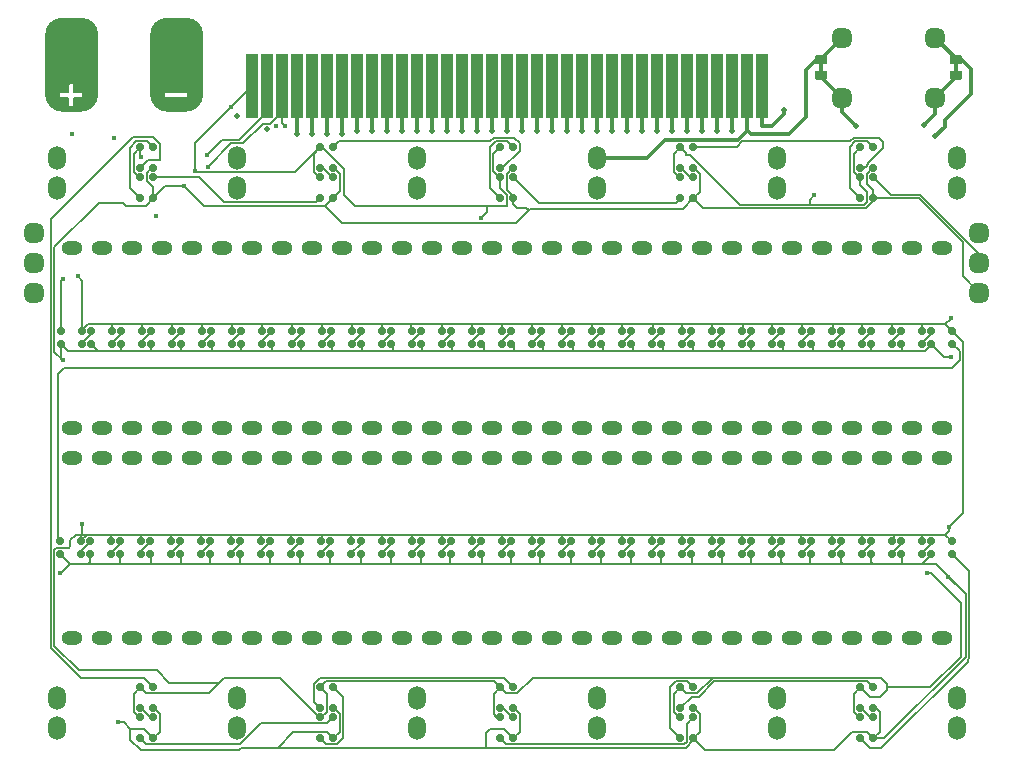
<source format=gtl>
%TF.GenerationSoftware,KiCad,Pcbnew,8.0.0*%
%TF.CreationDate,2024-02-27T09:21:41-08:00*%
%TF.ProjectId,BarnacleBoard,4261726e-6163-46c6-9542-6f6172642e6b,rev?*%
%TF.SameCoordinates,Original*%
%TF.FileFunction,Copper,L1,Top*%
%TF.FilePolarity,Positive*%
%FSLAX46Y46*%
G04 Gerber Fmt 4.6, Leading zero omitted, Abs format (unit mm)*
G04 Created by KiCad (PCBNEW 8.0.0) date 2024-02-27 09:21:41*
%MOMM*%
%LPD*%
G01*
G04 APERTURE LIST*
G04 Aperture macros list*
%AMRoundRect*
0 Rectangle with rounded corners*
0 $1 Rounding radius*
0 $2 $3 $4 $5 $6 $7 $8 $9 X,Y pos of 4 corners*
0 Add a 4 corners polygon primitive as box body*
4,1,4,$2,$3,$4,$5,$6,$7,$8,$9,$2,$3,0*
0 Add four circle primitives for the rounded corners*
1,1,$1+$1,$2,$3*
1,1,$1+$1,$4,$5*
1,1,$1+$1,$6,$7*
1,1,$1+$1,$8,$9*
0 Add four rect primitives between the rounded corners*
20,1,$1+$1,$2,$3,$4,$5,0*
20,1,$1+$1,$4,$5,$6,$7,0*
20,1,$1+$1,$6,$7,$8,$9,0*
20,1,$1+$1,$8,$9,$2,$3,0*%
%AMFreePoly0*
4,1,24,0.508000,0.148282,1.300000,0.150000,1.329264,0.147118,1.383336,0.124720,1.424720,0.083336,1.447118,0.029264,1.447118,-0.029264,1.424720,-0.083336,1.383336,-0.124720,1.329264,-0.147118,0.508000,-0.148898,0.508000,-0.508000,0.000000,-0.508000,-0.097202,-0.488665,-0.179605,-0.433605,-0.234665,-0.351202,-0.254000,-0.254000,-0.254000,0.254000,-0.234665,0.351202,-0.179605,0.433605,
-0.097202,0.488665,0.000000,0.508000,0.508000,0.508000,0.508000,0.148282,0.508000,0.148282,$1*%
%AMFreePoly1*
4,1,13,0.508000,-0.508000,0.000000,-0.508000,-0.097202,-0.488665,-0.179605,-0.433605,-0.234665,-0.351202,-0.254000,-0.254000,-0.254000,0.254000,-0.234665,0.351202,-0.179605,0.433605,-0.097202,0.488665,0.000000,0.508000,0.508000,0.508000,0.508000,-0.508000,0.508000,-0.508000,$1*%
G04 Aperture macros list end*
%TA.AperFunction,EtchedComponent*%
%ADD10C,0.300000*%
%TD*%
%TA.AperFunction,EtchedComponent*%
%ADD11C,0.200000*%
%TD*%
%TA.AperFunction,EtchedComponent*%
%ADD12C,0.010000*%
%TD*%
%TA.AperFunction,SMDPad,CuDef*%
%ADD13RoundRect,0.150000X0.150000X0.200000X-0.150000X0.200000X-0.150000X-0.200000X0.150000X-0.200000X0*%
%TD*%
%TA.AperFunction,SMDPad,CuDef*%
%ADD14RoundRect,0.150000X-0.200000X0.150000X-0.200000X-0.150000X0.200000X-0.150000X0.200000X0.150000X0*%
%TD*%
%TA.AperFunction,ComponentPad*%
%ADD15RoundRect,0.595000X0.255000X-0.255000X0.255000X0.255000X-0.255000X0.255000X-0.255000X-0.255000X0*%
%TD*%
%TA.AperFunction,SMDPad,CuDef*%
%ADD16FreePoly0,90.000000*%
%TD*%
%TA.AperFunction,SMDPad,CuDef*%
%ADD17FreePoly1,270.000000*%
%TD*%
%TA.AperFunction,ComponentPad*%
%ADD18C,4.000000*%
%TD*%
%TA.AperFunction,ComponentPad*%
%ADD19RoundRect,0.595000X-0.255000X-0.255000X0.255000X-0.255000X0.255000X0.255000X-0.255000X0.255000X0*%
%TD*%
%TA.AperFunction,SMDPad,CuDef*%
%ADD20FreePoly0,270.000000*%
%TD*%
%TA.AperFunction,SMDPad,CuDef*%
%ADD21FreePoly1,90.000000*%
%TD*%
%TA.AperFunction,SMDPad,CuDef*%
%ADD22RoundRect,0.100000X-0.400000X-2.650000X0.400000X-2.650000X0.400000X2.650000X-0.400000X2.650000X0*%
%TD*%
%TA.AperFunction,ComponentPad*%
%ADD23O,1.800000X1.200000*%
%TD*%
%TA.AperFunction,ComponentPad*%
%ADD24O,1.500000X2.000000*%
%TD*%
%TA.AperFunction,ViaPad*%
%ADD25C,0.500000*%
%TD*%
%TA.AperFunction,ViaPad*%
%ADD26C,0.400000*%
%TD*%
%TA.AperFunction,Conductor*%
%ADD27C,0.200000*%
%TD*%
%TA.AperFunction,Conductor*%
%ADD28C,0.300000*%
%TD*%
G04 APERTURE END LIST*
D10*
%TO.C,TP24*%
X64593587Y-125476000D02*
X64593587Y-130556000D01*
D11*
X65609586Y-130302000D02*
X65609586Y-130810000D01*
X65634987Y-130810000D02*
X66371586Y-130810000D01*
D10*
X65863587Y-124206000D02*
X67486414Y-124206000D01*
D11*
X66371586Y-129540000D02*
X66371586Y-130302000D01*
X66371586Y-129540000D02*
X66879586Y-129540000D01*
X66371586Y-130302000D02*
X65634987Y-130302000D01*
X66371586Y-130810000D02*
X66371586Y-131572000D01*
X66371586Y-131572000D02*
X66879586Y-131572000D01*
X66371586Y-131572000D02*
X66879586Y-131572000D01*
X66879586Y-129540000D02*
X66371586Y-129540000D01*
X66879586Y-129540000D02*
X66879586Y-130302000D01*
X66879586Y-130302000D02*
X67641586Y-130302000D01*
X66879586Y-130810000D02*
X66879586Y-131572000D01*
X66879586Y-130810000D02*
X67641586Y-130810000D01*
D10*
X67486414Y-131826000D02*
X65863587Y-131826000D01*
D11*
X67641586Y-130302000D02*
X67641586Y-130810000D01*
D10*
X68756414Y-125476000D02*
X68756414Y-130556000D01*
D11*
X66371586Y-131673600D02*
X66879586Y-131673600D01*
X66879586Y-131826000D01*
X66371586Y-131826000D01*
X66371586Y-131673600D01*
%TA.AperFunction,EtchedComponent*%
G36*
X66371586Y-131673600D02*
G01*
X66879586Y-131673600D01*
X66879586Y-131826000D01*
X66371586Y-131826000D01*
X66371586Y-131673600D01*
G37*
%TD.AperFunction*%
D10*
X64593587Y-125476000D02*
G75*
G02*
X65863587Y-124206000I1269999J1D01*
G01*
X65863587Y-131826000D02*
G75*
G02*
X64593587Y-130556000I-1J1269999D01*
G01*
X67486414Y-124206000D02*
G75*
G02*
X68756416Y-125476000I2J-1270000D01*
G01*
X68756414Y-130556000D02*
G75*
G02*
X67486414Y-131826000I-1270002J2D01*
G01*
D11*
X66879586Y-129540000D02*
X66371586Y-129540000D01*
X66371586Y-128524000D01*
X66879586Y-128524000D01*
X66879586Y-129540000D01*
%TA.AperFunction,EtchedComponent*%
G36*
X66879586Y-129540000D02*
G01*
X66371586Y-129540000D01*
X66371586Y-128524000D01*
X66879586Y-128524000D01*
X66879586Y-129540000D01*
G37*
%TD.AperFunction*%
D12*
X66879587Y-124714000D02*
X66117587Y-124714000D01*
X65101587Y-125730000D01*
X65101587Y-127254000D01*
X66117587Y-128270000D01*
X66879587Y-128270000D01*
X66371586Y-129794000D01*
X66371586Y-130302000D01*
X65634987Y-130302000D01*
X65634987Y-130810000D01*
X66371586Y-130810000D01*
X66371587Y-131521200D01*
X67133586Y-131826000D01*
X65863587Y-131826000D01*
X64965561Y-131454026D01*
X64593587Y-130556000D01*
X64593587Y-125476000D01*
X64965561Y-124577974D01*
X65863587Y-124206000D01*
X66879587Y-124206000D01*
X66879587Y-124714000D01*
%TA.AperFunction,EtchedComponent*%
G36*
X66879587Y-124714000D02*
G01*
X66117587Y-124714000D01*
X65101587Y-125730000D01*
X65101587Y-127254000D01*
X66117587Y-128270000D01*
X66879587Y-128270000D01*
X66371586Y-129794000D01*
X66371586Y-130302000D01*
X65634987Y-130302000D01*
X65634987Y-130810000D01*
X66371586Y-130810000D01*
X66371587Y-131521200D01*
X67133586Y-131826000D01*
X65863587Y-131826000D01*
X64965561Y-131454026D01*
X64593587Y-130556000D01*
X64593587Y-125476000D01*
X64965561Y-124577974D01*
X65863587Y-124206000D01*
X66879587Y-124206000D01*
X66879587Y-124714000D01*
G37*
%TD.AperFunction*%
X68384440Y-124577974D02*
X68756414Y-125476000D01*
X68756414Y-130302000D01*
X68384440Y-131454026D01*
X67641586Y-131826000D01*
X67133586Y-131826000D01*
X66879587Y-131826000D01*
X66879586Y-130810000D01*
X67641586Y-130810000D01*
X67641586Y-130302000D01*
X66879586Y-130302000D01*
X66879586Y-129794000D01*
X66470414Y-128270000D01*
X67232414Y-128270000D01*
X68248414Y-127254000D01*
X68248414Y-125730000D01*
X67232414Y-124714000D01*
X66470414Y-124714000D01*
X66470414Y-124206000D01*
X67486414Y-124206000D01*
X68384440Y-124577974D01*
%TA.AperFunction,EtchedComponent*%
G36*
X68384440Y-124577974D02*
G01*
X68756414Y-125476000D01*
X68756414Y-130302000D01*
X68384440Y-131454026D01*
X67641586Y-131826000D01*
X67133586Y-131826000D01*
X66879587Y-131826000D01*
X66879586Y-130810000D01*
X67641586Y-130810000D01*
X67641586Y-130302000D01*
X66879586Y-130302000D01*
X66879586Y-129794000D01*
X66470414Y-128270000D01*
X67232414Y-128270000D01*
X68248414Y-127254000D01*
X68248414Y-125730000D01*
X67232414Y-124714000D01*
X66470414Y-124714000D01*
X66470414Y-124206000D01*
X67486414Y-124206000D01*
X68384440Y-124577974D01*
G37*
%TD.AperFunction*%
D10*
%TO.C,TP26*%
X73483587Y-125476000D02*
X73483587Y-130556000D01*
D11*
X74499586Y-130302000D02*
X74499586Y-130810000D01*
X74524987Y-130810000D02*
X75413987Y-130810000D01*
D10*
X74753587Y-124206000D02*
X76376414Y-124206000D01*
D11*
X75261586Y-129540000D02*
X75261586Y-130302000D01*
X75261586Y-130302000D02*
X75769586Y-130302000D01*
X75261586Y-130810000D02*
X75261586Y-131572000D01*
X75261586Y-130810000D02*
X75769586Y-130810000D01*
X75261586Y-131572000D02*
X75769586Y-131572000D01*
X75413987Y-130302000D02*
X74524987Y-130302000D01*
X75769586Y-129540000D02*
X75261586Y-129540000D01*
X75769586Y-130302000D02*
X76531586Y-130302000D01*
X75769586Y-130810000D02*
X76531586Y-130810000D01*
D10*
X76376414Y-131826000D02*
X74753587Y-131826000D01*
D11*
X76531586Y-130302000D02*
X76531586Y-130810000D01*
D10*
X77646414Y-125476000D02*
X77646414Y-130556000D01*
X73483587Y-125476000D02*
G75*
G02*
X74753587Y-124206000I1269999J1D01*
G01*
X74753587Y-131826000D02*
G75*
G02*
X73483587Y-130556000I-1J1269999D01*
G01*
X76376414Y-124206000D02*
G75*
G02*
X77646416Y-125476000I2J-1270000D01*
G01*
X77646414Y-130556000D02*
G75*
G02*
X76376414Y-131826000I-1270002J2D01*
G01*
D12*
X75769587Y-124714000D02*
X75007587Y-124714000D01*
X73991587Y-125730000D01*
X73991587Y-127254000D01*
X75007587Y-128270000D01*
X75769587Y-128270000D01*
X75769587Y-130302000D01*
X75515587Y-130302000D01*
X74524987Y-130302000D01*
X74524987Y-130810000D01*
X75515587Y-130810000D01*
X75769587Y-130810000D01*
X75769587Y-131826000D01*
X74753587Y-131826000D01*
X73855561Y-131454026D01*
X73483587Y-130556000D01*
X73483587Y-125476000D01*
X73855561Y-124577974D01*
X74753587Y-124206000D01*
X75769587Y-124206000D01*
X75769587Y-124714000D01*
%TA.AperFunction,EtchedComponent*%
G36*
X75769587Y-124714000D02*
G01*
X75007587Y-124714000D01*
X73991587Y-125730000D01*
X73991587Y-127254000D01*
X75007587Y-128270000D01*
X75769587Y-128270000D01*
X75769587Y-130302000D01*
X75515587Y-130302000D01*
X74524987Y-130302000D01*
X74524987Y-130810000D01*
X75515587Y-130810000D01*
X75769587Y-130810000D01*
X75769587Y-131826000D01*
X74753587Y-131826000D01*
X73855561Y-131454026D01*
X73483587Y-130556000D01*
X73483587Y-125476000D01*
X73855561Y-124577974D01*
X74753587Y-124206000D01*
X75769587Y-124206000D01*
X75769587Y-124714000D01*
G37*
%TD.AperFunction*%
X77274440Y-124577974D02*
X77646414Y-125476000D01*
X77646414Y-130302000D01*
X77274440Y-131454026D01*
X76531586Y-131826000D01*
X75261586Y-131826000D01*
X75360414Y-130810000D01*
X75614414Y-130810000D01*
X76503414Y-130810000D01*
X76503414Y-130302000D01*
X75614414Y-130302000D01*
X75360414Y-130302000D01*
X75360414Y-128270000D01*
X76122414Y-128270000D01*
X77138414Y-127254000D01*
X77138414Y-125730000D01*
X76122414Y-124714000D01*
X75360414Y-124714000D01*
X75360414Y-124206000D01*
X76376414Y-124206000D01*
X77274440Y-124577974D01*
%TA.AperFunction,EtchedComponent*%
G36*
X77274440Y-124577974D02*
G01*
X77646414Y-125476000D01*
X77646414Y-130302000D01*
X77274440Y-131454026D01*
X76531586Y-131826000D01*
X75261586Y-131826000D01*
X75360414Y-130810000D01*
X75614414Y-130810000D01*
X76503414Y-130810000D01*
X76503414Y-130302000D01*
X75614414Y-130302000D01*
X75360414Y-130302000D01*
X75360414Y-128270000D01*
X76122414Y-128270000D01*
X77138414Y-127254000D01*
X77138414Y-125730000D01*
X76122414Y-124714000D01*
X75360414Y-124714000D01*
X75360414Y-124206000D01*
X76376414Y-124206000D01*
X77274440Y-124577974D01*
G37*
%TD.AperFunction*%
%TD*%
D13*
%TO.P,D45,1,DOUT*%
%TO.N,Net-(D45-DOUT)*%
X103082000Y-169460600D03*
%TO.P,D45,2,VSS*%
%TO.N,LED_GND*%
X103082000Y-168360600D03*
%TO.P,D45,3,DIN*%
%TO.N,Net-(D44-DOUT)*%
X101304000Y-168360600D03*
%TO.P,D45,4,VDD*%
%TO.N,LED_5V*%
X101304000Y-169460600D03*
%TD*%
D14*
%TO.P,D71,1,DOUT*%
%TO.N,Net-(D71-DOUT)*%
X134535000Y-183261000D03*
%TO.P,D71,2,VSS*%
%TO.N,LED_GND*%
X133435000Y-183261000D03*
%TO.P,D71,3,DIN*%
%TO.N,Net-(D60-DOUT)*%
X133435000Y-185039000D03*
%TO.P,D71,4,VDD*%
%TO.N,LED_5V*%
X134535000Y-185039000D03*
%TD*%
%TO.P,D89,1,DOUT*%
%TO.N,Net-(D89-DOUT)*%
X134535000Y-135001000D03*
%TO.P,D89,2,VSS*%
%TO.N,LED_GND*%
X133435000Y-135001000D03*
%TO.P,D89,3,DIN*%
%TO.N,Net-(D88-DOUT)*%
X133435000Y-136779000D03*
%TO.P,D89,4,VDD*%
%TO.N,LED_5V*%
X134535000Y-136779000D03*
%TD*%
D13*
%TO.P,D32,1,DOUT*%
%TO.N,Net-(D32-DOUT)*%
X70045400Y-169458800D03*
%TO.P,D32,2,VSS*%
%TO.N,LED_GND*%
X70045400Y-168358800D03*
%TO.P,D32,3,DIN*%
%TO.N,Net-(D31-DOUT)*%
X68267400Y-168358800D03*
%TO.P,D32,4,VDD*%
%TO.N,LED_5V*%
X68267400Y-169458800D03*
%TD*%
D14*
%TO.P,D77,1,DOUT*%
%TO.N,Net-(D77-DOUT)*%
X88815000Y-180721000D03*
%TO.P,D77,2,VSS*%
%TO.N,LED_GND*%
X87715000Y-180721000D03*
%TO.P,D77,3,DIN*%
%TO.N,Net-(D76-DOUT)*%
X87715000Y-182499000D03*
%TO.P,D77,4,VDD*%
%TO.N,LED_5V*%
X88815000Y-182499000D03*
%TD*%
D15*
%TO.P,TP25,1,1*%
%TO.N,Net-(J1-Pin_61)*%
X131927600Y-125730000D03*
%TD*%
D13*
%TO.P,D40,1,DOUT*%
%TO.N,Net-(D40-DOUT)*%
X90365400Y-169458800D03*
%TO.P,D40,2,VSS*%
%TO.N,LED_GND*%
X90365400Y-168358800D03*
%TO.P,D40,3,DIN*%
%TO.N,Net-(D39-DOUT)*%
X88587400Y-168358800D03*
%TO.P,D40,4,VDD*%
%TO.N,LED_5V*%
X88587400Y-169458800D03*
%TD*%
D14*
%TO.P,D83,1,DOUT*%
%TO.N,Net-(D83-DOUT)*%
X88815000Y-137541000D03*
%TO.P,D83,2,VSS*%
%TO.N,LED_GND*%
X87715000Y-137541000D03*
%TO.P,D83,3,DIN*%
%TO.N,Net-(D82-DOUT)*%
X87715000Y-139319000D03*
%TO.P,D83,4,VDD*%
%TO.N,LED_5V*%
X88815000Y-139319000D03*
%TD*%
D16*
%TO.P,JP1,1,A*%
%TO.N,Net-(J1-Pin_63)*%
X130149600Y-129082800D03*
D17*
%TO.P,JP1,2,B*%
%TO.N,Net-(J1-Pin_61)*%
X130149600Y-127457200D03*
%TD*%
D13*
%TO.P,D44,1,DOUT*%
%TO.N,Net-(D44-DOUT)*%
X100542000Y-169460600D03*
%TO.P,D44,2,VSS*%
%TO.N,LED_GND*%
X100542000Y-168360600D03*
%TO.P,D44,3,DIN*%
%TO.N,Net-(D43-DOUT)*%
X98764000Y-168360600D03*
%TO.P,D44,4,VDD*%
%TO.N,LED_5V*%
X98764000Y-169460600D03*
%TD*%
D14*
%TO.P,D84,1,DOUT*%
%TO.N,Net-(D84-DOUT)*%
X88815000Y-135001000D03*
%TO.P,D84,2,VSS*%
%TO.N,LED_GND*%
X87715000Y-135001000D03*
%TO.P,D84,3,DIN*%
%TO.N,Net-(D83-DOUT)*%
X87715000Y-136779000D03*
%TO.P,D84,4,VDD*%
%TO.N,LED_5V*%
X88815000Y-136779000D03*
%TD*%
D18*
%TO.P,TP24,1,1*%
%TO.N,Net-(J1-Pin_61)*%
X66625586Y-126492000D03*
%TD*%
D13*
%TO.P,D56,1,DOUT*%
%TO.N,Net-(D56-DOUT)*%
X131046400Y-169459400D03*
%TO.P,D56,2,VSS*%
%TO.N,LED_GND*%
X131046400Y-168359400D03*
%TO.P,D56,3,DIN*%
%TO.N,Net-(D55-DOUT)*%
X129268400Y-168359400D03*
%TO.P,D56,4,VDD*%
%TO.N,LED_5V*%
X129268400Y-169459400D03*
%TD*%
%TO.P,D13,1,DOUT*%
%TO.N,Net-(D13-DOUT)*%
X98051800Y-151680600D03*
%TO.P,D13,2,VSS*%
%TO.N,LED_GND*%
X98051800Y-150580600D03*
%TO.P,D13,3,DIN*%
%TO.N,Net-(D12-DOUT)*%
X96273800Y-150580600D03*
%TO.P,D13,4,VDD*%
%TO.N,LED_5V*%
X96273800Y-151680600D03*
%TD*%
%TO.P,D27,1,DOUT*%
%TO.N,Net-(D27-DOUT)*%
X133619600Y-151679400D03*
%TO.P,D27,2,VSS*%
%TO.N,LED_GND*%
X133619600Y-150579400D03*
%TO.P,D27,3,DIN*%
%TO.N,Net-(D26-DOUT)*%
X131841600Y-150579400D03*
%TO.P,D27,4,VDD*%
%TO.N,LED_5V*%
X131841600Y-151679400D03*
%TD*%
%TO.P,D4,1,DOUT*%
%TO.N,Net-(D4-DOUT)*%
X75175200Y-151680000D03*
%TO.P,D4,2,VSS*%
%TO.N,LED_GND*%
X75175200Y-150580000D03*
%TO.P,D4,3,DIN*%
%TO.N,Net-(D3-DOUT)*%
X73397200Y-150580000D03*
%TO.P,D4,4,VDD*%
%TO.N,LED_5V*%
X73397200Y-151680000D03*
%TD*%
%TO.P,D2,1,DOUT*%
%TO.N,Net-(D2-DOUT)*%
X70095200Y-151680000D03*
%TO.P,D2,2,VSS*%
%TO.N,LED_GND*%
X70095200Y-150580000D03*
%TO.P,D2,3,DIN*%
%TO.N,Net-(D1-DOUT)*%
X68317200Y-150580000D03*
%TO.P,D2,4,VDD*%
%TO.N,LED_5V*%
X68317200Y-151680000D03*
%TD*%
%TO.P,D16,1,DOUT*%
%TO.N,Net-(D16-DOUT)*%
X105671800Y-151680600D03*
%TO.P,D16,2,VSS*%
%TO.N,LED_GND*%
X105671800Y-150580600D03*
%TO.P,D16,3,DIN*%
%TO.N,Net-(D15-DOUT)*%
X103893800Y-150580600D03*
%TO.P,D16,4,VDD*%
%TO.N,LED_5V*%
X103893800Y-151680600D03*
%TD*%
%TO.P,D55,1,DOUT*%
%TO.N,Net-(D55-DOUT)*%
X128506400Y-169459400D03*
%TO.P,D55,2,VSS*%
%TO.N,LED_GND*%
X128506400Y-168359400D03*
%TO.P,D55,3,DIN*%
%TO.N,Net-(D54-DOUT)*%
X126728400Y-168359400D03*
%TO.P,D55,4,VDD*%
%TO.N,LED_5V*%
X126728400Y-169459400D03*
%TD*%
D14*
%TO.P,D82,1,DOUT*%
%TO.N,Net-(D82-DOUT)*%
X73575000Y-137541000D03*
%TO.P,D82,2,VSS*%
%TO.N,LED_GND*%
X72475000Y-137541000D03*
%TO.P,D82,3,DIN*%
%TO.N,Net-(D81-DOUT)*%
X72475000Y-139319000D03*
%TO.P,D82,4,VDD*%
%TO.N,LED_5V*%
X73575000Y-139319000D03*
%TD*%
%TO.P,D78,1,DOUT*%
%TO.N,Net-(D78-DOUT)*%
X88815000Y-183261000D03*
%TO.P,D78,2,VSS*%
%TO.N,LED_GND*%
X87715000Y-183261000D03*
%TO.P,D78,3,DIN*%
%TO.N,Net-(D77-DOUT)*%
X87715000Y-185039000D03*
%TO.P,D78,4,VDD*%
%TO.N,LED_5V*%
X88815000Y-185039000D03*
%TD*%
%TO.P,D86,1,DOUT*%
%TO.N,Net-(D86-DOUT)*%
X104055000Y-137541000D03*
%TO.P,D86,2,VSS*%
%TO.N,LED_GND*%
X102955000Y-137541000D03*
%TO.P,D86,3,DIN*%
%TO.N,Net-(D85-DOUT)*%
X102955000Y-139319000D03*
%TO.P,D86,4,VDD*%
%TO.N,LED_5V*%
X104055000Y-139319000D03*
%TD*%
%TO.P,D76,1,DOUT*%
%TO.N,Net-(D76-DOUT)*%
X104055000Y-180721000D03*
%TO.P,D76,2,VSS*%
%TO.N,LED_GND*%
X102955000Y-180721000D03*
%TO.P,D76,3,DIN*%
%TO.N,Net-(D75-DOUT)*%
X102955000Y-182499000D03*
%TO.P,D76,4,VDD*%
%TO.N,LED_5V*%
X104055000Y-182499000D03*
%TD*%
D13*
%TO.P,D54,1,DOUT*%
%TO.N,Net-(D54-DOUT)*%
X125966400Y-169459400D03*
%TO.P,D54,2,VSS*%
%TO.N,LED_GND*%
X125966400Y-168359400D03*
%TO.P,D54,3,DIN*%
%TO.N,Net-(D53-DOUT)*%
X124188400Y-168359400D03*
%TO.P,D54,4,VDD*%
%TO.N,LED_5V*%
X124188400Y-169459400D03*
%TD*%
%TO.P,D31,1,DOUT*%
%TO.N,Net-(D31-DOUT)*%
X67497600Y-169458800D03*
%TO.P,D31,2,VSS*%
%TO.N,LED_GND*%
X67497600Y-168358800D03*
%TO.P,D31,3,DIN*%
%TO.N,Net-(D30-DOUT)*%
X65719600Y-168358800D03*
%TO.P,D31,4,VDD*%
%TO.N,LED_5V*%
X65719600Y-169458800D03*
%TD*%
%TO.P,D23,1,DOUT*%
%TO.N,Net-(D23-DOUT)*%
X123459600Y-151679400D03*
%TO.P,D23,2,VSS*%
%TO.N,LED_GND*%
X123459600Y-150579400D03*
%TO.P,D23,3,DIN*%
%TO.N,Net-(D22-DOUT)*%
X121681600Y-150579400D03*
%TO.P,D23,4,VDD*%
%TO.N,LED_5V*%
X121681600Y-151679400D03*
%TD*%
%TO.P,D38,1,DOUT*%
%TO.N,Net-(D38-DOUT)*%
X85285400Y-169458800D03*
%TO.P,D38,2,VSS*%
%TO.N,LED_GND*%
X85285400Y-168358800D03*
%TO.P,D38,3,DIN*%
%TO.N,Net-(D37-DOUT)*%
X83507400Y-168358800D03*
%TO.P,D38,4,VDD*%
%TO.N,LED_5V*%
X83507400Y-169458800D03*
%TD*%
D19*
%TO.P,TP16,1,1*%
%TO.N,LED_IN*%
X63500000Y-144780000D03*
%TD*%
D13*
%TO.P,D43,1,DOUT*%
%TO.N,Net-(D43-DOUT)*%
X98002000Y-169460600D03*
%TO.P,D43,2,VSS*%
%TO.N,LED_GND*%
X98002000Y-168360600D03*
%TO.P,D43,3,DIN*%
%TO.N,Net-(D42-DOUT)*%
X96224000Y-168360600D03*
%TO.P,D43,4,VDD*%
%TO.N,LED_5V*%
X96224000Y-169460600D03*
%TD*%
D14*
%TO.P,D90,1,DOUT*%
%TO.N,LED_OUT*%
X134535000Y-137541000D03*
%TO.P,D90,2,VSS*%
%TO.N,LED_GND*%
X133435000Y-137541000D03*
%TO.P,D90,3,DIN*%
%TO.N,Net-(D89-DOUT)*%
X133435000Y-139319000D03*
%TO.P,D90,4,VDD*%
%TO.N,LED_5V*%
X134535000Y-139319000D03*
%TD*%
D13*
%TO.P,D29,1,DOUT*%
%TO.N,Net-(D29-DOUT)*%
X138699600Y-151679400D03*
%TO.P,D29,2,VSS*%
%TO.N,LED_GND*%
X138699600Y-150579400D03*
%TO.P,D29,3,DIN*%
%TO.N,Net-(D28-DOUT)*%
X136921600Y-150579400D03*
%TO.P,D29,4,VDD*%
%TO.N,LED_5V*%
X136921600Y-151679400D03*
%TD*%
D14*
%TO.P,D80,1,DOUT*%
%TO.N,Net-(D80-DOUT)*%
X73574400Y-180721000D03*
%TO.P,D80,2,VSS*%
%TO.N,LED_GND*%
X72474400Y-180721000D03*
%TO.P,D80,3,DIN*%
%TO.N,Net-(D79-DOUT)*%
X72474400Y-182499000D03*
%TO.P,D80,4,VDD*%
%TO.N,LED_5V*%
X73574400Y-182499000D03*
%TD*%
D20*
%TO.P,JP2,1,A*%
%TO.N,Net-(J1-Pin_62)*%
X141579600Y-127457200D03*
D21*
%TO.P,JP2,2,B*%
%TO.N,Net-(J1-Pin_64)*%
X141579600Y-129082800D03*
%TD*%
D13*
%TO.P,D34,1,DOUT*%
%TO.N,Net-(D34-DOUT)*%
X75125400Y-169458800D03*
%TO.P,D34,2,VSS*%
%TO.N,LED_GND*%
X75125400Y-168358800D03*
%TO.P,D34,3,DIN*%
%TO.N,Net-(D33-DOUT)*%
X73347400Y-168358800D03*
%TO.P,D34,4,VDD*%
%TO.N,LED_5V*%
X73347400Y-169458800D03*
%TD*%
%TO.P,D37,1,DOUT*%
%TO.N,Net-(D37-DOUT)*%
X82745400Y-169458800D03*
%TO.P,D37,2,VSS*%
%TO.N,LED_GND*%
X82745400Y-168358800D03*
%TO.P,D37,3,DIN*%
%TO.N,Net-(D36-DOUT)*%
X80967400Y-168358800D03*
%TO.P,D37,4,VDD*%
%TO.N,LED_5V*%
X80967400Y-169458800D03*
%TD*%
D22*
%TO.P,J1,1,Pin_1*%
%TO.N,Net-(J1-Pin_1)*%
X85725000Y-129794000D03*
%TO.P,J1,2,Pin_2*%
%TO.N,Net-(J1-Pin_2)*%
X86995000Y-129794000D03*
%TO.P,J1,3,Pin_3*%
%TO.N,Net-(J1-Pin_3)*%
X88265000Y-129794000D03*
%TO.P,J1,4,Pin_4*%
%TO.N,Net-(J1-Pin_4)*%
X89535000Y-129794000D03*
%TO.P,J1,5,Pin_5*%
%TO.N,Net-(J1-Pin_5)*%
X90805000Y-129794000D03*
%TO.P,J1,6,Pin_6*%
%TO.N,Net-(J1-Pin_6)*%
X92075000Y-129794000D03*
%TO.P,J1,7,Pin_7*%
%TO.N,Net-(J1-Pin_7)*%
X93345000Y-129794000D03*
%TO.P,J1,8,Pin_8*%
%TO.N,Net-(J1-Pin_8)*%
X94615000Y-129794000D03*
%TO.P,J1,9,Pin_9*%
%TO.N,Net-(J1-Pin_9)*%
X95885000Y-129794000D03*
%TO.P,J1,10,Pin_10*%
%TO.N,Net-(J1-Pin_10)*%
X97155000Y-129794000D03*
%TO.P,J1,11,Pin_11*%
%TO.N,Net-(J1-Pin_11)*%
X98425000Y-129794000D03*
%TO.P,J1,12,Pin_12*%
%TO.N,Net-(J1-Pin_12)*%
X99695000Y-129794000D03*
%TO.P,J1,13,Pin_13*%
%TO.N,Net-(J1-Pin_13)*%
X100965000Y-129794000D03*
%TO.P,J1,14,Pin_14*%
%TO.N,Net-(J1-Pin_14)*%
X102235000Y-129794000D03*
%TO.P,J1,15,Pin_15*%
%TO.N,Net-(J1-Pin_15)*%
X103505000Y-129794000D03*
%TO.P,J1,16,Pin_16*%
%TO.N,Net-(J1-Pin_16)*%
X104775000Y-129794000D03*
%TO.P,J1,17,Pin_17*%
%TO.N,Net-(J1-Pin_17)*%
X106045000Y-129794000D03*
%TO.P,J1,18,Pin_18*%
%TO.N,Net-(J1-Pin_18)*%
X107315000Y-129794000D03*
%TO.P,J1,19,Pin_19*%
%TO.N,Net-(J1-Pin_19)*%
X108585000Y-129794000D03*
%TO.P,J1,20,Pin_20*%
%TO.N,Net-(J1-Pin_20)*%
X109855000Y-129794000D03*
%TO.P,J1,21,Pin_21*%
%TO.N,Net-(J1-Pin_21)*%
X111125000Y-129794000D03*
%TO.P,J1,22,Pin_22*%
%TO.N,Net-(J1-Pin_22)*%
X112395000Y-129794000D03*
%TO.P,J1,23,Pin_23*%
%TO.N,Net-(J1-Pin_23)*%
X113665000Y-129794000D03*
%TO.P,J1,24,Pin_24*%
%TO.N,Net-(J1-Pin_24)*%
X114935000Y-129794000D03*
%TO.P,J1,25,Pin_25*%
%TO.N,Net-(J1-Pin_25)*%
X116205000Y-129794000D03*
%TO.P,J1,26,Pin_26*%
%TO.N,Net-(J1-Pin_26)*%
X117475000Y-129794000D03*
%TO.P,J1,27,Pin_27*%
%TO.N,Net-(J1-Pin_27)*%
X118745000Y-129794000D03*
%TO.P,J1,28,Pin_28*%
%TO.N,Net-(J1-Pin_28)*%
X120015000Y-129794000D03*
%TO.P,J1,29,Pin_29*%
%TO.N,Net-(J1-Pin_29)*%
X121285000Y-129794000D03*
%TO.P,J1,30,Pin_30*%
%TO.N,Net-(J1-Pin_30)*%
X122555000Y-129794000D03*
%TO.P,J1,61,Pin_61*%
%TO.N,Net-(J1-Pin_61)*%
X123825000Y-129794000D03*
%TO.P,J1,62,Pin_62*%
%TO.N,Net-(J1-Pin_62)*%
X125095000Y-129794000D03*
%TO.P,J1,68,Pin_68*%
%TO.N,LED_GND*%
X81915000Y-129794000D03*
%TO.P,J1,69,Pin_69*%
%TO.N,LED_IN*%
X83185000Y-129794000D03*
%TO.P,J1,70,Pin_70*%
%TO.N,LED_5V*%
X84455000Y-129794000D03*
%TD*%
D18*
%TO.P,TP26,1,1*%
%TO.N,Net-(J1-Pin_62)*%
X75515586Y-126492000D03*
%TD*%
D14*
%TO.P,D87,1,DOUT*%
%TO.N,Net-(D87-DOUT)*%
X119295000Y-137541000D03*
%TO.P,D87,2,VSS*%
%TO.N,LED_GND*%
X118195000Y-137541000D03*
%TO.P,D87,3,DIN*%
%TO.N,Net-(D86-DOUT)*%
X118195000Y-139319000D03*
%TO.P,D87,4,VDD*%
%TO.N,LED_5V*%
X119295000Y-139319000D03*
%TD*%
D15*
%TO.P,TP31,1,1*%
%TO.N,Net-(J1-Pin_64)*%
X139801600Y-130810000D03*
%TD*%
D13*
%TO.P,D14,1,DOUT*%
%TO.N,Net-(D14-DOUT)*%
X100591800Y-151680600D03*
%TO.P,D14,2,VSS*%
%TO.N,LED_GND*%
X100591800Y-150580600D03*
%TO.P,D14,3,DIN*%
%TO.N,Net-(D13-DOUT)*%
X98813800Y-150580600D03*
%TO.P,D14,4,VDD*%
%TO.N,LED_5V*%
X98813800Y-151680600D03*
%TD*%
D14*
%TO.P,D85,1,DOUT*%
%TO.N,Net-(D85-DOUT)*%
X104055000Y-135001000D03*
%TO.P,D85,2,VSS*%
%TO.N,LED_GND*%
X102955000Y-135001000D03*
%TO.P,D85,3,DIN*%
%TO.N,Net-(D84-DOUT)*%
X102955000Y-136779000D03*
%TO.P,D85,4,VDD*%
%TO.N,LED_5V*%
X104055000Y-136779000D03*
%TD*%
D19*
%TO.P,TP21,1,1*%
%TO.N,LED_5V*%
X63500000Y-147320000D03*
%TD*%
D13*
%TO.P,D11,1,DOUT*%
%TO.N,Net-(D11-DOUT)*%
X92964000Y-151680600D03*
%TO.P,D11,2,VSS*%
%TO.N,LED_GND*%
X92964000Y-150580600D03*
%TO.P,D11,3,DIN*%
%TO.N,Net-(D10-DOUT)*%
X91186000Y-150580600D03*
%TO.P,D11,4,VDD*%
%TO.N,LED_5V*%
X91186000Y-151680600D03*
%TD*%
%TO.P,D20,1,DOUT*%
%TO.N,Net-(D20-DOUT)*%
X115831800Y-151680600D03*
%TO.P,D20,2,VSS*%
%TO.N,LED_GND*%
X115831800Y-150580600D03*
%TO.P,D20,3,DIN*%
%TO.N,Net-(D19-DOUT)*%
X114053800Y-150580600D03*
%TO.P,D20,4,VDD*%
%TO.N,LED_5V*%
X114053800Y-151680600D03*
%TD*%
%TO.P,D26,1,DOUT*%
%TO.N,Net-(D26-DOUT)*%
X131079600Y-151679400D03*
%TO.P,D26,2,VSS*%
%TO.N,LED_GND*%
X131079600Y-150579400D03*
%TO.P,D26,3,DIN*%
%TO.N,Net-(D25-DOUT)*%
X129301600Y-150579400D03*
%TO.P,D26,4,VDD*%
%TO.N,LED_5V*%
X129301600Y-151679400D03*
%TD*%
D15*
%TO.P,TP27,1,1*%
%TO.N,Net-(J1-Pin_62)*%
X139801600Y-125730000D03*
%TD*%
D13*
%TO.P,D15,1,DOUT*%
%TO.N,Net-(D15-DOUT)*%
X103131800Y-151680600D03*
%TO.P,D15,2,VSS*%
%TO.N,LED_GND*%
X103131800Y-150580600D03*
%TO.P,D15,3,DIN*%
%TO.N,Net-(D14-DOUT)*%
X101353800Y-150580600D03*
%TO.P,D15,4,VDD*%
%TO.N,LED_5V*%
X101353800Y-151680600D03*
%TD*%
D14*
%TO.P,D88,1,DOUT*%
%TO.N,Net-(D88-DOUT)*%
X119295000Y-135001000D03*
%TO.P,D88,2,VSS*%
%TO.N,LED_GND*%
X118195000Y-135001000D03*
%TO.P,D88,3,DIN*%
%TO.N,Net-(D87-DOUT)*%
X118195000Y-136779000D03*
%TO.P,D88,4,VDD*%
%TO.N,LED_5V*%
X119295000Y-136779000D03*
%TD*%
D13*
%TO.P,D60,1,DOUT*%
%TO.N,Net-(D60-DOUT)*%
X141206400Y-169459400D03*
%TO.P,D60,2,VSS*%
%TO.N,LED_GND*%
X141206400Y-168359400D03*
%TO.P,D60,3,DIN*%
%TO.N,Net-(D59-DOUT)*%
X139428400Y-168359400D03*
%TO.P,D60,4,VDD*%
%TO.N,LED_5V*%
X139428400Y-169459400D03*
%TD*%
%TO.P,D17,1,DOUT*%
%TO.N,Net-(D17-DOUT)*%
X108211800Y-151680600D03*
%TO.P,D17,2,VSS*%
%TO.N,LED_GND*%
X108211800Y-150580600D03*
%TO.P,D17,3,DIN*%
%TO.N,Net-(D16-DOUT)*%
X106433800Y-150580600D03*
%TO.P,D17,4,VDD*%
%TO.N,LED_5V*%
X106433800Y-151680600D03*
%TD*%
%TO.P,D48,1,DOUT*%
%TO.N,Net-(D48-DOUT)*%
X110702000Y-169460600D03*
%TO.P,D48,2,VSS*%
%TO.N,LED_GND*%
X110702000Y-168360600D03*
%TO.P,D48,3,DIN*%
%TO.N,Net-(D47-DOUT)*%
X108924000Y-168360600D03*
%TO.P,D48,4,VDD*%
%TO.N,LED_5V*%
X108924000Y-169460600D03*
%TD*%
%TO.P,D19,1,DOUT*%
%TO.N,Net-(D19-DOUT)*%
X113291800Y-151680600D03*
%TO.P,D19,2,VSS*%
%TO.N,LED_GND*%
X113291800Y-150580600D03*
%TO.P,D19,3,DIN*%
%TO.N,Net-(D18-DOUT)*%
X111513800Y-150580600D03*
%TO.P,D19,4,VDD*%
%TO.N,LED_5V*%
X111513800Y-151680600D03*
%TD*%
D14*
%TO.P,D79,1,DOUT*%
%TO.N,Net-(D79-DOUT)*%
X73575000Y-183261000D03*
%TO.P,D79,2,VSS*%
%TO.N,LED_GND*%
X72475000Y-183261000D03*
%TO.P,D79,3,DIN*%
%TO.N,Net-(D78-DOUT)*%
X72475000Y-185039000D03*
%TO.P,D79,4,VDD*%
%TO.N,LED_5V*%
X73575000Y-185039000D03*
%TD*%
D13*
%TO.P,D39,1,DOUT*%
%TO.N,Net-(D39-DOUT)*%
X87825400Y-169458800D03*
%TO.P,D39,2,VSS*%
%TO.N,LED_GND*%
X87825400Y-168358800D03*
%TO.P,D39,3,DIN*%
%TO.N,Net-(D38-DOUT)*%
X86047400Y-168358800D03*
%TO.P,D39,4,VDD*%
%TO.N,LED_5V*%
X86047400Y-169458800D03*
%TD*%
%TO.P,D53,1,DOUT*%
%TO.N,Net-(D53-DOUT)*%
X123426400Y-169459400D03*
%TO.P,D53,2,VSS*%
%TO.N,LED_GND*%
X123426400Y-168359400D03*
%TO.P,D53,3,DIN*%
%TO.N,Net-(D52-DOUT)*%
X121648400Y-168359400D03*
%TO.P,D53,4,VDD*%
%TO.N,LED_5V*%
X121648400Y-169459400D03*
%TD*%
%TO.P,D46,1,DOUT*%
%TO.N,Net-(D46-DOUT)*%
X105622000Y-169460600D03*
%TO.P,D46,2,VSS*%
%TO.N,LED_GND*%
X105622000Y-168360600D03*
%TO.P,D46,3,DIN*%
%TO.N,Net-(D45-DOUT)*%
X103844000Y-168360600D03*
%TO.P,D46,4,VDD*%
%TO.N,LED_5V*%
X103844000Y-169460600D03*
%TD*%
%TO.P,D36,1,DOUT*%
%TO.N,Net-(D36-DOUT)*%
X80205400Y-169458800D03*
%TO.P,D36,2,VSS*%
%TO.N,LED_GND*%
X80205400Y-168358800D03*
%TO.P,D36,3,DIN*%
%TO.N,Net-(D35-DOUT)*%
X78427400Y-168358800D03*
%TO.P,D36,4,VDD*%
%TO.N,LED_5V*%
X78427400Y-169458800D03*
%TD*%
%TO.P,D28,1,DOUT*%
%TO.N,Net-(D28-DOUT)*%
X136159600Y-151679400D03*
%TO.P,D28,2,VSS*%
%TO.N,LED_GND*%
X136159600Y-150579400D03*
%TO.P,D28,3,DIN*%
%TO.N,Net-(D27-DOUT)*%
X134381600Y-150579400D03*
%TO.P,D28,4,VDD*%
%TO.N,LED_5V*%
X134381600Y-151679400D03*
%TD*%
%TO.P,D33,1,DOUT*%
%TO.N,Net-(D33-DOUT)*%
X72585400Y-169458800D03*
%TO.P,D33,2,VSS*%
%TO.N,LED_GND*%
X72585400Y-168358800D03*
%TO.P,D33,3,DIN*%
%TO.N,Net-(D32-DOUT)*%
X70807400Y-168358800D03*
%TO.P,D33,4,VDD*%
%TO.N,LED_5V*%
X70807400Y-169458800D03*
%TD*%
%TO.P,D50,1,DOUT*%
%TO.N,Net-(D50-DOUT)*%
X115789800Y-169460600D03*
%TO.P,D50,2,VSS*%
%TO.N,LED_GND*%
X115789800Y-168360600D03*
%TO.P,D50,3,DIN*%
%TO.N,Net-(D49-DOUT)*%
X114011800Y-168360600D03*
%TO.P,D50,4,VDD*%
%TO.N,LED_5V*%
X114011800Y-169460600D03*
%TD*%
%TO.P,D25,1,DOUT*%
%TO.N,Net-(D25-DOUT)*%
X128539600Y-151679400D03*
%TO.P,D25,2,VSS*%
%TO.N,LED_GND*%
X128539600Y-150579400D03*
%TO.P,D25,3,DIN*%
%TO.N,Net-(D24-DOUT)*%
X126761600Y-150579400D03*
%TO.P,D25,4,VDD*%
%TO.N,LED_5V*%
X126761600Y-151679400D03*
%TD*%
%TO.P,D52,1,DOUT*%
%TO.N,Net-(D52-DOUT)*%
X120886400Y-169459400D03*
%TO.P,D52,2,VSS*%
%TO.N,LED_GND*%
X120886400Y-168359400D03*
%TO.P,D52,3,DIN*%
%TO.N,Net-(D51-DOUT)*%
X119108400Y-168359400D03*
%TO.P,D52,4,VDD*%
%TO.N,LED_5V*%
X119108400Y-169459400D03*
%TD*%
%TO.P,D7,1,DOUT*%
%TO.N,Net-(D7-DOUT)*%
X82795200Y-151680000D03*
%TO.P,D7,2,VSS*%
%TO.N,LED_GND*%
X82795200Y-150580000D03*
%TO.P,D7,3,DIN*%
%TO.N,Net-(D6-DOUT)*%
X81017200Y-150580000D03*
%TO.P,D7,4,VDD*%
%TO.N,LED_5V*%
X81017200Y-151680000D03*
%TD*%
%TO.P,D58,1,DOUT*%
%TO.N,Net-(D58-DOUT)*%
X136126400Y-169459400D03*
%TO.P,D58,2,VSS*%
%TO.N,LED_GND*%
X136126400Y-168359400D03*
%TO.P,D58,3,DIN*%
%TO.N,Net-(D57-DOUT)*%
X134348400Y-168359400D03*
%TO.P,D58,4,VDD*%
%TO.N,LED_5V*%
X134348400Y-169459400D03*
%TD*%
D19*
%TO.P,TP23,1,1*%
%TO.N,LED_GND*%
X143510000Y-142240000D03*
%TD*%
D13*
%TO.P,D18,1,DOUT*%
%TO.N,Net-(D18-DOUT)*%
X110751800Y-151680600D03*
%TO.P,D18,2,VSS*%
%TO.N,LED_GND*%
X110751800Y-150580600D03*
%TO.P,D18,3,DIN*%
%TO.N,Net-(D17-DOUT)*%
X108973800Y-150580600D03*
%TO.P,D18,4,VDD*%
%TO.N,LED_5V*%
X108973800Y-151680600D03*
%TD*%
D14*
%TO.P,D73,1,DOUT*%
%TO.N,Net-(D73-DOUT)*%
X119295000Y-180721000D03*
%TO.P,D73,2,VSS*%
%TO.N,LED_GND*%
X118195000Y-180721000D03*
%TO.P,D73,3,DIN*%
%TO.N,Net-(D72-DOUT)*%
X118195000Y-182499000D03*
%TO.P,D73,4,VDD*%
%TO.N,LED_5V*%
X119295000Y-182499000D03*
%TD*%
D13*
%TO.P,D30,1,DOUT*%
%TO.N,Net-(D30-DOUT)*%
X141239600Y-151679400D03*
%TO.P,D30,2,VSS*%
%TO.N,LED_GND*%
X141239600Y-150579400D03*
%TO.P,D30,3,DIN*%
%TO.N,Net-(D29-DOUT)*%
X139461600Y-150579400D03*
%TO.P,D30,4,VDD*%
%TO.N,LED_5V*%
X139461600Y-151679400D03*
%TD*%
%TO.P,D3,1,DOUT*%
%TO.N,Net-(D3-DOUT)*%
X72635200Y-151680000D03*
%TO.P,D3,2,VSS*%
%TO.N,LED_GND*%
X72635200Y-150580000D03*
%TO.P,D3,3,DIN*%
%TO.N,Net-(D2-DOUT)*%
X70857200Y-150580000D03*
%TO.P,D3,4,VDD*%
%TO.N,LED_5V*%
X70857200Y-151680000D03*
%TD*%
%TO.P,D9,1,DOUT*%
%TO.N,Net-(D10-DIN)*%
X87875200Y-151680000D03*
%TO.P,D9,2,VSS*%
%TO.N,LED_GND*%
X87875200Y-150580000D03*
%TO.P,D9,3,DIN*%
%TO.N,Net-(D8-DOUT)*%
X86097200Y-150580000D03*
%TO.P,D9,4,VDD*%
%TO.N,LED_5V*%
X86097200Y-151680000D03*
%TD*%
%TO.P,D12,1,DOUT*%
%TO.N,Net-(D12-DOUT)*%
X95511800Y-151680600D03*
%TO.P,D12,2,VSS*%
%TO.N,LED_GND*%
X95511800Y-150580600D03*
%TO.P,D12,3,DIN*%
%TO.N,Net-(D11-DOUT)*%
X93733800Y-150580600D03*
%TO.P,D12,4,VDD*%
%TO.N,LED_5V*%
X93733800Y-151680600D03*
%TD*%
D14*
%TO.P,D81,1,DOUT*%
%TO.N,Net-(D81-DOUT)*%
X73575000Y-135001000D03*
%TO.P,D81,2,VSS*%
%TO.N,LED_GND*%
X72475000Y-135001000D03*
%TO.P,D81,3,DIN*%
%TO.N,Net-(D80-DOUT)*%
X72475000Y-136779000D03*
%TO.P,D81,4,VDD*%
%TO.N,LED_5V*%
X73575000Y-136779000D03*
%TD*%
D13*
%TO.P,D21,1,DOUT*%
%TO.N,Net-(D21-DOUT)*%
X118371800Y-151679400D03*
%TO.P,D21,2,VSS*%
%TO.N,LED_GND*%
X118371800Y-150579400D03*
%TO.P,D21,3,DIN*%
%TO.N,Net-(D20-DOUT)*%
X116593800Y-150579400D03*
%TO.P,D21,4,VDD*%
%TO.N,LED_5V*%
X116593800Y-151679400D03*
%TD*%
%TO.P,D51,1,DOUT*%
%TO.N,Net-(D51-DOUT)*%
X118338600Y-169459400D03*
%TO.P,D51,2,VSS*%
%TO.N,LED_GND*%
X118338600Y-168359400D03*
%TO.P,D51,3,DIN*%
%TO.N,Net-(D50-DOUT)*%
X116560600Y-168359400D03*
%TO.P,D51,4,VDD*%
%TO.N,LED_5V*%
X116560600Y-169459400D03*
%TD*%
%TO.P,D1,1,DOUT*%
%TO.N,Net-(D1-DOUT)*%
X67555200Y-151680000D03*
%TO.P,D1,2,VSS*%
%TO.N,LED_GND*%
X67555200Y-150580000D03*
%TO.P,D1,3,DIN*%
%TO.N,LED_IN*%
X65777200Y-150580000D03*
%TO.P,D1,4,VDD*%
%TO.N,LED_5V*%
X65777200Y-151680000D03*
%TD*%
%TO.P,D59,1,DOUT*%
%TO.N,Net-(D59-DOUT)*%
X138666400Y-169459400D03*
%TO.P,D59,2,VSS*%
%TO.N,LED_GND*%
X138666400Y-168359400D03*
%TO.P,D59,3,DIN*%
%TO.N,Net-(D58-DOUT)*%
X136888400Y-168359400D03*
%TO.P,D59,4,VDD*%
%TO.N,LED_5V*%
X136888400Y-169459400D03*
%TD*%
D15*
%TO.P,TP29,1,1*%
%TO.N,Net-(J1-Pin_63)*%
X131927600Y-130810000D03*
%TD*%
D23*
%TO.P,J11,1,Pin_1*%
%TO.N,Net-(J1-Pin_1)*%
X66675000Y-143510000D03*
X66675000Y-158750000D03*
%TO.P,J11,2,Pin_2*%
%TO.N,Net-(J1-Pin_2)*%
X69215000Y-143510000D03*
X69215000Y-158750000D03*
%TO.P,J11,3,Pin_3*%
%TO.N,Net-(J1-Pin_3)*%
X71755000Y-143510000D03*
X71755000Y-158750000D03*
%TO.P,J11,4,Pin_4*%
%TO.N,Net-(J1-Pin_4)*%
X74295000Y-143510000D03*
X74295000Y-158750000D03*
%TO.P,J11,5,Pin_5*%
%TO.N,Net-(J1-Pin_5)*%
X76835000Y-143510000D03*
X76835000Y-158750000D03*
%TO.P,J11,6,Pin_6*%
%TO.N,Net-(J1-Pin_6)*%
X79375000Y-143510000D03*
X79375000Y-158750000D03*
%TO.P,J11,7,Pin_7*%
%TO.N,Net-(J1-Pin_7)*%
X81915000Y-143510000D03*
X81915000Y-158750000D03*
%TO.P,J11,8,Pin_8*%
%TO.N,Net-(J1-Pin_8)*%
X84455000Y-143510000D03*
X84455000Y-158750000D03*
%TO.P,J11,9,Pin_9*%
%TO.N,Net-(J1-Pin_9)*%
X86995000Y-143510000D03*
X86995000Y-158750000D03*
%TO.P,J11,10,Pin_10*%
%TO.N,Net-(J1-Pin_10)*%
X89535000Y-143510000D03*
X89535000Y-158750000D03*
%TO.P,J11,11,Pin_11*%
%TO.N,Net-(J1-Pin_11)*%
X92075000Y-143510000D03*
X92075000Y-158750000D03*
%TO.P,J11,12,Pin_12*%
%TO.N,Net-(J1-Pin_12)*%
X94615000Y-143510000D03*
X94615000Y-158750000D03*
%TO.P,J11,13,Pin_13*%
%TO.N,Net-(J1-Pin_13)*%
X97155000Y-143510000D03*
X97155000Y-158750000D03*
%TO.P,J11,14,Pin_14*%
%TO.N,Net-(J1-Pin_14)*%
X99695000Y-143510000D03*
X99695000Y-158750000D03*
%TO.P,J11,15,Pin_15*%
%TO.N,Net-(J1-Pin_15)*%
X102235000Y-143510000D03*
X102235000Y-158750000D03*
%TO.P,J11,16,Pin_16*%
%TO.N,Net-(J1-Pin_16)*%
X104775000Y-143510000D03*
X104775000Y-158750000D03*
%TO.P,J11,17,Pin_17*%
%TO.N,Net-(J1-Pin_17)*%
X107315000Y-143510000D03*
X107315000Y-158750000D03*
%TO.P,J11,18,Pin_18*%
%TO.N,Net-(J1-Pin_18)*%
X109855000Y-143510000D03*
X109855000Y-158750000D03*
%TO.P,J11,19,Pin_19*%
%TO.N,Net-(J1-Pin_19)*%
X112395000Y-143510000D03*
X112395000Y-158750000D03*
%TO.P,J11,20,Pin_20*%
%TO.N,Net-(J1-Pin_20)*%
X114935000Y-143510000D03*
X114935000Y-158750000D03*
%TO.P,J11,21,Pin_21*%
%TO.N,Net-(J1-Pin_21)*%
X117475000Y-143510000D03*
X117475000Y-158750000D03*
%TO.P,J11,22,Pin_22*%
%TO.N,Net-(J1-Pin_22)*%
X120015000Y-143510000D03*
X120015000Y-158750000D03*
%TO.P,J11,23,Pin_23*%
%TO.N,Net-(J1-Pin_23)*%
X122555000Y-143510000D03*
X122555000Y-158750000D03*
%TO.P,J11,24,Pin_24*%
%TO.N,Net-(J1-Pin_24)*%
X125095000Y-143510000D03*
X125095000Y-158750000D03*
%TO.P,J11,25,Pin_25*%
%TO.N,Net-(J1-Pin_25)*%
X127635000Y-143510000D03*
X127635000Y-158750000D03*
%TO.P,J11,26,Pin_26*%
%TO.N,Net-(J1-Pin_26)*%
X130175000Y-143510000D03*
X130175000Y-158750000D03*
%TO.P,J11,27,Pin_27*%
%TO.N,Net-(J1-Pin_27)*%
X132715000Y-143510000D03*
X132715000Y-158750000D03*
%TO.P,J11,28,Pin_28*%
%TO.N,Net-(J1-Pin_28)*%
X135255000Y-143510000D03*
X135255000Y-158750000D03*
%TO.P,J11,29,Pin_29*%
%TO.N,Net-(J1-Pin_29)*%
X137795000Y-143510000D03*
X137795000Y-158750000D03*
%TO.P,J11,30,Pin_30*%
%TO.N,Net-(J1-Pin_30)*%
X140335000Y-143510000D03*
X140335000Y-158750000D03*
%TO.P,J11,31,Pin_31*%
%TO.N,Net-(J1-Pin_31)*%
X66675000Y-161290000D03*
X66675000Y-176530000D03*
%TO.P,J11,32,Pin_0*%
%TO.N,Net-(J1-Pin_32)*%
X69215000Y-161290000D03*
X69215000Y-176530000D03*
%TO.P,J11,33,Pin_1*%
%TO.N,Net-(J1-Pin_33)*%
X71755000Y-161290000D03*
X71755000Y-176530000D03*
%TO.P,J11,34,Pin_2*%
%TO.N,Net-(J1-Pin_34)*%
X74295000Y-161290000D03*
X74295000Y-176530000D03*
%TO.P,J11,35,Pin_3*%
%TO.N,Net-(J1-Pin_35)*%
X76835000Y-161290000D03*
X76835000Y-176530000D03*
%TO.P,J11,36,Pin_4*%
%TO.N,Net-(J1-Pin_36)*%
X79375000Y-161290000D03*
X79375000Y-176530000D03*
%TO.P,J11,37,Pin_5*%
%TO.N,Net-(J1-Pin_37)*%
X81915000Y-161290000D03*
X81915000Y-176530000D03*
%TO.P,J11,38,Pin_6*%
%TO.N,Net-(J1-Pin_38)*%
X84455000Y-161290000D03*
X84455000Y-176530000D03*
%TO.P,J11,39,Pin_7*%
%TO.N,Net-(J1-Pin_39)*%
X86995000Y-161290000D03*
X86995000Y-176530000D03*
%TO.P,J11,40,Pin_8*%
%TO.N,Net-(J1-Pin_40)*%
X89535000Y-161290000D03*
X89535000Y-176530000D03*
%TO.P,J11,41,Pin_9*%
%TO.N,Net-(J1-Pin_41)*%
X92075000Y-161290000D03*
X92075000Y-176530000D03*
%TO.P,J11,42,Pin_10*%
%TO.N,Net-(J1-Pin_42)*%
X94615000Y-161290000D03*
X94615000Y-176530000D03*
%TO.P,J11,43,Pin_11*%
%TO.N,Net-(J1-Pin_43)*%
X97155000Y-161290000D03*
X97155000Y-176530000D03*
%TO.P,J11,44,Pin_12*%
%TO.N,Net-(J1-Pin_44)*%
X99695000Y-161290000D03*
X99695000Y-176530000D03*
%TO.P,J11,45,Pin_13*%
%TO.N,Net-(J1-Pin_45)*%
X102235000Y-161290000D03*
X102235000Y-176530000D03*
%TO.P,J11,46,Pin_14*%
%TO.N,Net-(J1-Pin_46)*%
X104775000Y-161290000D03*
X104775000Y-176530000D03*
%TO.P,J11,47,Pin_15*%
%TO.N,Net-(J1-Pin_47)*%
X107315000Y-161290000D03*
X107315000Y-176530000D03*
%TO.P,J11,48,Pin_16*%
%TO.N,Net-(J1-Pin_48)*%
X109855000Y-161290000D03*
X109855000Y-176530000D03*
%TO.P,J11,49,Pin_17*%
%TO.N,Net-(J1-Pin_49)*%
X112395000Y-161290000D03*
X112395000Y-176530000D03*
%TO.P,J11,50,Pin_18*%
%TO.N,Net-(J1-Pin_50)*%
X114935000Y-161290000D03*
X114935000Y-176530000D03*
%TO.P,J11,51,Pin_19*%
%TO.N,Net-(J1-Pin_51)*%
X117475000Y-161290000D03*
X117475000Y-176530000D03*
%TO.P,J11,52,Pin_20*%
%TO.N,Net-(J1-Pin_52)*%
X120015000Y-161290000D03*
X120015000Y-176530000D03*
%TO.P,J11,53,Pin_21*%
%TO.N,Net-(J1-Pin_53)*%
X122555000Y-161290000D03*
X122555000Y-176530000D03*
%TO.P,J11,54,Pin_22*%
%TO.N,Net-(J1-Pin_54)*%
X125095000Y-161290000D03*
X125095000Y-176530000D03*
%TO.P,J11,55,Pin_23*%
%TO.N,Net-(J1-Pin_55)*%
X127635000Y-161290000D03*
X127635000Y-176530000D03*
%TO.P,J11,56,Pin_24*%
%TO.N,Net-(J1-Pin_56)*%
X130175000Y-161290000D03*
X130175000Y-176530000D03*
%TO.P,J11,57,Pin_25*%
%TO.N,Net-(J1-Pin_57)*%
X132715000Y-161290000D03*
X132715000Y-176530000D03*
%TO.P,J11,58,Pin_26*%
%TO.N,Net-(J1-Pin_58)*%
X135255000Y-161290000D03*
X135255000Y-176530000D03*
%TO.P,J11,59,Pin_27*%
%TO.N,Net-(J1-Pin_59)*%
X137795000Y-161290000D03*
X137795000Y-176530000D03*
%TO.P,J11,60,Pin_28*%
%TO.N,Net-(J1-Pin_60)*%
X140335000Y-161290000D03*
X140335000Y-176530000D03*
D24*
%TO.P,J11,61,Top_Pos*%
%TO.N,Net-(J1-Pin_61)*%
X65405000Y-135890000D03*
X80645000Y-135890000D03*
X95885000Y-135890000D03*
X111125000Y-135890000D03*
X126365000Y-135890000D03*
X141605000Y-135890000D03*
%TO.P,J11,62,Top_Neg*%
%TO.N,Net-(J1-Pin_62)*%
X65405000Y-138430000D03*
X80645000Y-138430000D03*
X95885000Y-138430000D03*
X111125000Y-138430000D03*
X126365000Y-138430000D03*
X141605000Y-138430000D03*
%TO.P,J11,63,Bot_Pos*%
%TO.N,Net-(J1-Pin_63)*%
X65405000Y-181610000D03*
X80645000Y-181610000D03*
X95885000Y-181622700D03*
X111125000Y-181610000D03*
X126365000Y-181610000D03*
X141605000Y-181610000D03*
%TO.P,J11,64,Bot_Neg*%
%TO.N,Net-(J1-Pin_64)*%
X65405000Y-184150000D03*
X80645000Y-184150000D03*
X95885000Y-184150000D03*
X111125000Y-184150000D03*
X126365000Y-184150000D03*
X141605000Y-184150000D03*
%TD*%
D13*
%TO.P,D8,1,DOUT*%
%TO.N,Net-(D8-DOUT)*%
X85335200Y-151680000D03*
%TO.P,D8,2,VSS*%
%TO.N,LED_GND*%
X85335200Y-150580000D03*
%TO.P,D8,3,DIN*%
%TO.N,Net-(D7-DOUT)*%
X83557200Y-150580000D03*
%TO.P,D8,4,VDD*%
%TO.N,LED_5V*%
X83557200Y-151680000D03*
%TD*%
D19*
%TO.P,TP22,1,1*%
%TO.N,LED_5V*%
X143510000Y-147320000D03*
%TD*%
D13*
%TO.P,D35,1,DOUT*%
%TO.N,Net-(D35-DOUT)*%
X77665400Y-169458800D03*
%TO.P,D35,2,VSS*%
%TO.N,LED_GND*%
X77665400Y-168358800D03*
%TO.P,D35,3,DIN*%
%TO.N,Net-(D34-DOUT)*%
X75887400Y-168358800D03*
%TO.P,D35,4,VDD*%
%TO.N,LED_5V*%
X75887400Y-169458800D03*
%TD*%
%TO.P,D10,1,DOUT*%
%TO.N,Net-(D10-DOUT)*%
X90415200Y-151680000D03*
%TO.P,D10,2,VSS*%
%TO.N,LED_GND*%
X90415200Y-150580000D03*
%TO.P,D10,3,DIN*%
%TO.N,Net-(D10-DIN)*%
X88637200Y-150580000D03*
%TO.P,D10,4,VDD*%
%TO.N,LED_5V*%
X88637200Y-151680000D03*
%TD*%
%TO.P,D47,1,DOUT*%
%TO.N,Net-(D47-DOUT)*%
X108162000Y-169460600D03*
%TO.P,D47,2,VSS*%
%TO.N,LED_GND*%
X108162000Y-168360600D03*
%TO.P,D47,3,DIN*%
%TO.N,Net-(D46-DOUT)*%
X106384000Y-168360600D03*
%TO.P,D47,4,VDD*%
%TO.N,LED_5V*%
X106384000Y-169460600D03*
%TD*%
D19*
%TO.P,TP15,1,1*%
%TO.N,LED_OUT*%
X143510000Y-144780000D03*
%TD*%
D14*
%TO.P,D72,1,DOUT*%
%TO.N,Net-(D72-DOUT)*%
X134535000Y-180721000D03*
%TO.P,D72,2,VSS*%
%TO.N,LED_GND*%
X133435000Y-180721000D03*
%TO.P,D72,3,DIN*%
%TO.N,Net-(D71-DOUT)*%
X133435000Y-182499000D03*
%TO.P,D72,4,VDD*%
%TO.N,LED_5V*%
X134535000Y-182499000D03*
%TD*%
D13*
%TO.P,D24,1,DOUT*%
%TO.N,Net-(D24-DOUT)*%
X125999600Y-151679400D03*
%TO.P,D24,2,VSS*%
%TO.N,LED_GND*%
X125999600Y-150579400D03*
%TO.P,D24,3,DIN*%
%TO.N,Net-(D23-DOUT)*%
X124221600Y-150579400D03*
%TO.P,D24,4,VDD*%
%TO.N,LED_5V*%
X124221600Y-151679400D03*
%TD*%
D14*
%TO.P,D74,1,DOUT*%
%TO.N,Net-(D74-DOUT)*%
X119295000Y-183261000D03*
%TO.P,D74,2,VSS*%
%TO.N,LED_GND*%
X118195000Y-183261000D03*
%TO.P,D74,3,DIN*%
%TO.N,Net-(D73-DOUT)*%
X118195000Y-185039000D03*
%TO.P,D74,4,VDD*%
%TO.N,LED_5V*%
X119295000Y-185039000D03*
%TD*%
D13*
%TO.P,D57,1,DOUT*%
%TO.N,Net-(D57-DOUT)*%
X133586400Y-169459400D03*
%TO.P,D57,2,VSS*%
%TO.N,LED_GND*%
X133586400Y-168359400D03*
%TO.P,D57,3,DIN*%
%TO.N,Net-(D56-DOUT)*%
X131808400Y-168359400D03*
%TO.P,D57,4,VDD*%
%TO.N,LED_5V*%
X131808400Y-169459400D03*
%TD*%
%TO.P,D41,1,DOUT*%
%TO.N,Net-(D41-DOUT)*%
X92913200Y-169459400D03*
%TO.P,D41,2,VSS*%
%TO.N,LED_GND*%
X92913200Y-168359400D03*
%TO.P,D41,3,DIN*%
%TO.N,Net-(D40-DOUT)*%
X91135200Y-168359400D03*
%TO.P,D41,4,VDD*%
%TO.N,LED_5V*%
X91135200Y-169459400D03*
%TD*%
%TO.P,D22,1,DOUT*%
%TO.N,Net-(D22-DOUT)*%
X120919600Y-151679400D03*
%TO.P,D22,2,VSS*%
%TO.N,LED_GND*%
X120919600Y-150579400D03*
%TO.P,D22,3,DIN*%
%TO.N,Net-(D21-DOUT)*%
X119141600Y-150579400D03*
%TO.P,D22,4,VDD*%
%TO.N,LED_5V*%
X119141600Y-151679400D03*
%TD*%
D14*
%TO.P,D75,1,DOUT*%
%TO.N,Net-(D75-DOUT)*%
X104055000Y-183261000D03*
%TO.P,D75,2,VSS*%
%TO.N,LED_GND*%
X102955000Y-183261000D03*
%TO.P,D75,3,DIN*%
%TO.N,Net-(D74-DOUT)*%
X102955000Y-185039000D03*
%TO.P,D75,4,VDD*%
%TO.N,LED_5V*%
X104055000Y-185039000D03*
%TD*%
D13*
%TO.P,D6,1,DOUT*%
%TO.N,Net-(D6-DOUT)*%
X80255200Y-151680000D03*
%TO.P,D6,2,VSS*%
%TO.N,LED_GND*%
X80255200Y-150580000D03*
%TO.P,D6,3,DIN*%
%TO.N,Net-(D5-DOUT)*%
X78477200Y-150580000D03*
%TO.P,D6,4,VDD*%
%TO.N,LED_5V*%
X78477200Y-151680000D03*
%TD*%
%TO.P,D49,1,DOUT*%
%TO.N,Net-(D49-DOUT)*%
X113242000Y-169460600D03*
%TO.P,D49,2,VSS*%
%TO.N,LED_GND*%
X113242000Y-168360600D03*
%TO.P,D49,3,DIN*%
%TO.N,Net-(D48-DOUT)*%
X111464000Y-168360600D03*
%TO.P,D49,4,VDD*%
%TO.N,LED_5V*%
X111464000Y-169460600D03*
%TD*%
%TO.P,D42,1,DOUT*%
%TO.N,Net-(D42-DOUT)*%
X95462000Y-169460600D03*
%TO.P,D42,2,VSS*%
%TO.N,LED_GND*%
X95462000Y-168360600D03*
%TO.P,D42,3,DIN*%
%TO.N,Net-(D41-DOUT)*%
X93684000Y-168360600D03*
%TO.P,D42,4,VDD*%
%TO.N,LED_5V*%
X93684000Y-169460600D03*
%TD*%
%TO.P,D5,1,DOUT*%
%TO.N,Net-(D5-DOUT)*%
X77715200Y-151680000D03*
%TO.P,D5,2,VSS*%
%TO.N,LED_GND*%
X77715200Y-150580000D03*
%TO.P,D5,3,DIN*%
%TO.N,Net-(D4-DOUT)*%
X75937200Y-150580000D03*
%TO.P,D5,4,VDD*%
%TO.N,LED_5V*%
X75937200Y-151680000D03*
%TD*%
D19*
%TO.P,TP20,1,1*%
%TO.N,LED_GND*%
X63500000Y-142240000D03*
%TD*%
D25*
%TO.N,Net-(J1-Pin_62)*%
X139801600Y-134086600D03*
X126974600Y-131826000D03*
D26*
%TO.N,LED_GND*%
X67564000Y-166878000D03*
X67183000Y-145923000D03*
X141096995Y-149479003D03*
X66675000Y-133858000D03*
X140970000Y-167132000D03*
X139064996Y-171069000D03*
X129540004Y-139065000D03*
X70231000Y-134239000D03*
X72517000Y-135839200D03*
X77089000Y-137033000D03*
X80137000Y-131572000D03*
X101346000Y-140970000D03*
%TO.N,LED_IN*%
X78105000Y-135636010D03*
X65913000Y-146177000D03*
%TO.N,LED_5V*%
X76200000Y-138303000D03*
X141097000Y-152781000D03*
X65659000Y-171069000D03*
X140907198Y-171385802D03*
X78232002Y-136652000D03*
X70612000Y-183667400D03*
X65913000Y-153035000D03*
X84709000Y-133223000D03*
%TO.N,LED_OUT*%
X73787000Y-140843000D03*
X83947000Y-133223000D03*
D25*
%TO.N,Net-(J1-Pin_1)*%
X85725000Y-133858000D03*
%TO.N,Net-(J1-Pin_2)*%
X86995003Y-133858000D03*
%TO.N,Net-(J1-Pin_3)*%
X88265000Y-133857998D03*
%TO.N,Net-(J1-Pin_4)*%
X89535000Y-133858000D03*
%TO.N,Net-(J1-Pin_5)*%
X90805000Y-133604000D03*
%TO.N,Net-(J1-Pin_6)*%
X92075000Y-133603998D03*
%TO.N,Net-(J1-Pin_7)*%
X93345000Y-133603996D03*
%TO.N,Net-(J1-Pin_8)*%
X94615000Y-133604006D03*
%TO.N,Net-(J1-Pin_9)*%
X95885000Y-133604000D03*
%TO.N,Net-(J1-Pin_10)*%
X97155000Y-133603998D03*
%TO.N,Net-(J1-Pin_11)*%
X98425000Y-133604000D03*
%TO.N,Net-(J1-Pin_12)*%
X99695000Y-133604000D03*
%TO.N,Net-(J1-Pin_13)*%
X100965000Y-133604000D03*
%TO.N,Net-(J1-Pin_14)*%
X102235000Y-133604000D03*
%TO.N,Net-(J1-Pin_15)*%
X103505000Y-133604000D03*
%TO.N,Net-(J1-Pin_16)*%
X104775000Y-133604000D03*
%TO.N,Net-(J1-Pin_17)*%
X106045000Y-133604000D03*
%TO.N,Net-(J1-Pin_18)*%
X107315000Y-133604000D03*
%TO.N,Net-(J1-Pin_19)*%
X108585000Y-133604000D03*
%TO.N,Net-(J1-Pin_20)*%
X109855000Y-133604000D03*
%TO.N,Net-(J1-Pin_21)*%
X111125000Y-133604000D03*
%TO.N,Net-(J1-Pin_22)*%
X112395000Y-133604000D03*
%TO.N,Net-(J1-Pin_23)*%
X113665000Y-133604000D03*
%TO.N,Net-(J1-Pin_24)*%
X114935000Y-133604000D03*
%TO.N,Net-(J1-Pin_25)*%
X116205000Y-133604000D03*
%TO.N,Net-(J1-Pin_26)*%
X117475000Y-133604000D03*
%TO.N,Net-(J1-Pin_27)*%
X118745000Y-133604000D03*
%TO.N,Net-(J1-Pin_28)*%
X120015000Y-133604006D03*
%TO.N,Net-(J1-Pin_29)*%
X121285000Y-133604000D03*
%TO.N,Net-(J1-Pin_30)*%
X122555000Y-133604000D03*
%TO.N,Net-(J1-Pin_31)*%
X83184992Y-133477000D03*
X80645000Y-132334000D03*
%TO.N,Net-(J1-Pin_63)*%
X133096000Y-133223000D03*
%TO.N,Net-(J1-Pin_64)*%
X138874501Y-133159495D03*
%TD*%
D27*
%TO.N,Net-(D88-DOUT)*%
X119295000Y-135001000D02*
X122973774Y-135001000D01*
X133985000Y-136578999D02*
X133784999Y-136779000D01*
X135356600Y-134569200D02*
X135356600Y-135112425D01*
X123456374Y-134518400D02*
X132595536Y-134518400D01*
X135356600Y-135112425D02*
X134190025Y-136279000D01*
X122973774Y-135001000D02*
X123456374Y-134518400D01*
X134185870Y-136279000D02*
X133985000Y-136479870D01*
X132595536Y-134518400D02*
X132912936Y-134201000D01*
X133985000Y-136479870D02*
X133985000Y-136578999D01*
X134988400Y-134201000D02*
X135356600Y-134569200D01*
X132912936Y-134201000D02*
X134988400Y-134201000D01*
X134190025Y-136279000D02*
X134185870Y-136279000D01*
X133784999Y-136779000D02*
X133435000Y-136779000D01*
D28*
%TO.N,Net-(J1-Pin_61)*%
X123825000Y-133654800D02*
X123113800Y-134366000D01*
X115350000Y-135890000D02*
X111125000Y-135890000D01*
X123825000Y-129794000D02*
X123825000Y-133654800D01*
X123113800Y-134366000D02*
X116874000Y-134366000D01*
X116874000Y-134366000D02*
X115350000Y-135890000D01*
%TO.N,Net-(J1-Pin_62)*%
X139801600Y-134086600D02*
X140614400Y-133273800D01*
X141884400Y-127457200D02*
X141579600Y-127457200D01*
X140614400Y-133273800D02*
X140614400Y-132689600D01*
X140614400Y-132689600D02*
X142824200Y-130479800D01*
X142824200Y-130479800D02*
X142824200Y-128397000D01*
X142824200Y-128397000D02*
X141884400Y-127457200D01*
%TO.N,Net-(J1-Pin_61)*%
X131927600Y-125730000D02*
X130279800Y-127377800D01*
X130279800Y-127377800D02*
X129981842Y-127377800D01*
X129981842Y-127377800D02*
X128879600Y-128480042D01*
X128879600Y-132435600D02*
X127406400Y-133908800D01*
X127406400Y-133908800D02*
X124180600Y-133908800D01*
X128879600Y-128480042D02*
X128879600Y-132435600D01*
X124180600Y-133908800D02*
X123825000Y-133553200D01*
X123825000Y-133553200D02*
X123825000Y-129794000D01*
%TO.N,Net-(J1-Pin_62)*%
X141579600Y-127457200D02*
X141528800Y-127457200D01*
X141528800Y-127457200D02*
X139801600Y-125730000D01*
X125095000Y-129794000D02*
X125095000Y-132892800D01*
X125095000Y-132892800D02*
X125095000Y-133248400D01*
X125095000Y-133248400D02*
X125958600Y-133248400D01*
X125958600Y-133248400D02*
X126974600Y-132232400D01*
X126974600Y-132232400D02*
X126974600Y-131826000D01*
D27*
%TO.N,Net-(D1-DOUT)*%
X67555200Y-151597025D02*
X68317200Y-150835025D01*
X67555200Y-151680000D02*
X67555200Y-151597025D01*
X68317200Y-150835025D02*
X68317200Y-150580000D01*
%TO.N,Net-(D2-DOUT)*%
X70095200Y-151597025D02*
X70857200Y-150835025D01*
X70857200Y-150835025D02*
X70857200Y-150580000D01*
X70095200Y-151680000D02*
X70095200Y-151597025D01*
%TO.N,Net-(D3-DOUT)*%
X73397200Y-150662975D02*
X73397200Y-150580000D01*
X72635200Y-151680000D02*
X72635200Y-151424975D01*
X72635200Y-151424975D02*
X73397200Y-150662975D01*
%TO.N,Net-(D4-DOUT)*%
X75175200Y-151424975D02*
X75937200Y-150662975D01*
X75937200Y-150662975D02*
X75937200Y-150580000D01*
X75175200Y-151680000D02*
X75175200Y-151424975D01*
%TO.N,Net-(D5-DOUT)*%
X77715200Y-151597025D02*
X78477200Y-150835025D01*
X78477200Y-150835025D02*
X78477200Y-150580000D01*
X77715200Y-151680000D02*
X77715200Y-151597025D01*
%TO.N,Net-(D6-DOUT)*%
X80255200Y-151680000D02*
X80255200Y-151424975D01*
X81017200Y-150662975D02*
X81017200Y-150580000D01*
X80255200Y-151424975D02*
X81017200Y-150662975D01*
%TO.N,Net-(D7-DOUT)*%
X82795200Y-151680000D02*
X82795200Y-151424975D01*
X82795200Y-151424975D02*
X83557200Y-150662975D01*
X83557200Y-150662975D02*
X83557200Y-150580000D01*
%TO.N,Net-(D8-DOUT)*%
X86097200Y-150835025D02*
X86097200Y-150580000D01*
X85335200Y-151680000D02*
X85335200Y-151597025D01*
X85335200Y-151597025D02*
X86097200Y-150835025D01*
%TO.N,Net-(D10-DIN)*%
X88637200Y-150835025D02*
X88637200Y-150580000D01*
X87875200Y-151597025D02*
X88637200Y-150835025D01*
X87875200Y-151680000D02*
X87875200Y-151597025D01*
%TO.N,Net-(D10-DOUT)*%
X90415200Y-151606425D02*
X90415200Y-151680000D01*
X91186000Y-150835625D02*
X90415200Y-151606425D01*
X91186000Y-150580600D02*
X91186000Y-150835625D01*
%TO.N,Net-(D11-DOUT)*%
X93733800Y-150580600D02*
X93733800Y-150835625D01*
X92964000Y-151605425D02*
X92964000Y-151680600D01*
X93733800Y-150835625D02*
X92964000Y-151605425D01*
%TO.N,Net-(D12-DOUT)*%
X95511800Y-151425575D02*
X95511800Y-151680600D01*
X96273800Y-150580600D02*
X96273800Y-150663575D01*
X96273800Y-150663575D02*
X95511800Y-151425575D01*
%TO.N,Net-(D13-DOUT)*%
X98813800Y-150835625D02*
X98051800Y-151597625D01*
X98051800Y-151597625D02*
X98051800Y-151680600D01*
X98813800Y-150580600D02*
X98813800Y-150835625D01*
%TO.N,Net-(D14-DOUT)*%
X100591800Y-151425575D02*
X100591800Y-151680600D01*
X101353800Y-150663575D02*
X100591800Y-151425575D01*
X101353800Y-150580600D02*
X101353800Y-150663575D01*
%TO.N,Net-(D15-DOUT)*%
X103893800Y-150663575D02*
X103131800Y-151425575D01*
X103131800Y-151425575D02*
X103131800Y-151680600D01*
X103893800Y-150580600D02*
X103893800Y-150663575D01*
%TO.N,Net-(D16-DOUT)*%
X106433800Y-150580600D02*
X106433800Y-150835625D01*
X106433800Y-150835625D02*
X105671800Y-151597625D01*
X105671800Y-151597625D02*
X105671800Y-151680600D01*
%TO.N,Net-(D17-DOUT)*%
X108973800Y-150580600D02*
X108973800Y-150663575D01*
X108973800Y-150663575D02*
X108211800Y-151425575D01*
X108211800Y-151425575D02*
X108211800Y-151680600D01*
%TO.N,Net-(D18-DOUT)*%
X111513800Y-150690400D02*
X110751800Y-151452400D01*
X110751800Y-151452400D02*
X110751800Y-151680600D01*
X111513800Y-150580600D02*
X111513800Y-150690400D01*
%TO.N,Net-(D19-DOUT)*%
X114053800Y-150580600D02*
X114053800Y-150835625D01*
X114053800Y-150835625D02*
X113291800Y-151597625D01*
X113291800Y-151597625D02*
X113291800Y-151680600D01*
%TO.N,Net-(D20-DOUT)*%
X116593800Y-150663575D02*
X115831800Y-151425575D01*
X116593800Y-150579400D02*
X116593800Y-150663575D01*
X115831800Y-151425575D02*
X115831800Y-151680600D01*
%TO.N,Net-(D21-DOUT)*%
X118371800Y-151604225D02*
X118371800Y-151679400D01*
X119141600Y-150579400D02*
X119141600Y-150834425D01*
X119141600Y-150834425D02*
X118371800Y-151604225D01*
%TO.N,Net-(D22-DOUT)*%
X120919600Y-151596425D02*
X120919600Y-151679400D01*
X121681600Y-150579400D02*
X121681600Y-150834425D01*
X121681600Y-150834425D02*
X120919600Y-151596425D01*
%TO.N,Net-(D23-DOUT)*%
X123459600Y-151596425D02*
X123459600Y-151679400D01*
X124221600Y-150579400D02*
X124221600Y-150834425D01*
X124221600Y-150834425D02*
X123459600Y-151596425D01*
%TO.N,Net-(D24-DOUT)*%
X125999600Y-151424375D02*
X125999600Y-151679400D01*
X126761600Y-150579400D02*
X126761600Y-150662375D01*
X126761600Y-150662375D02*
X125999600Y-151424375D01*
%TO.N,Net-(D25-DOUT)*%
X129301600Y-150662375D02*
X128539600Y-151424375D01*
X128539600Y-151424375D02*
X128539600Y-151679400D01*
X129301600Y-150579400D02*
X129301600Y-150662375D01*
%TO.N,Net-(D26-DOUT)*%
X131079600Y-151596425D02*
X131079600Y-151679400D01*
X131841600Y-150834425D02*
X131079600Y-151596425D01*
X131841600Y-150579400D02*
X131841600Y-150834425D01*
%TO.N,Net-(D27-DOUT)*%
X134381600Y-150662375D02*
X133619600Y-151424375D01*
X133619600Y-151424375D02*
X133619600Y-151679400D01*
X134381600Y-150579400D02*
X134381600Y-150662375D01*
%TO.N,Net-(D28-DOUT)*%
X136159600Y-151424375D02*
X136159600Y-151679400D01*
X136921600Y-150579400D02*
X136921600Y-150662375D01*
X136921600Y-150662375D02*
X136159600Y-151424375D01*
%TO.N,Net-(D29-DOUT)*%
X138699600Y-151596425D02*
X138699600Y-151679400D01*
X139461600Y-150579400D02*
X139461600Y-150834425D01*
X139461600Y-150834425D02*
X138699600Y-151596425D01*
%TO.N,Net-(D30-DOUT)*%
X65525000Y-168164200D02*
X65719600Y-168358800D01*
X141239600Y-151679400D02*
X141851800Y-152291600D01*
X141215603Y-153678397D02*
X66024603Y-153678397D01*
X66024603Y-153678397D02*
X65525000Y-154178000D01*
X65525000Y-154178000D02*
X65525000Y-168164200D01*
X141851800Y-153042200D02*
X141215603Y-153678397D01*
X141851800Y-152291600D02*
X141851800Y-153042200D01*
%TO.N,Net-(D31-DOUT)*%
X68267400Y-168358800D02*
X68267400Y-168433975D01*
X68267400Y-168433975D02*
X67497600Y-169203775D01*
X67497600Y-169203775D02*
X67497600Y-169458800D01*
%TO.N,Net-(D32-DOUT)*%
X70045400Y-169458800D02*
X70045400Y-169375825D01*
X70045400Y-169375825D02*
X70807400Y-168613825D01*
X70807400Y-168613825D02*
X70807400Y-168358800D01*
%TO.N,Net-(D33-DOUT)*%
X72585400Y-169203775D02*
X73347400Y-168441775D01*
X72585400Y-169458800D02*
X72585400Y-169203775D01*
X73347400Y-168441775D02*
X73347400Y-168358800D01*
%TO.N,Net-(D34-DOUT)*%
X75887400Y-168613825D02*
X75887400Y-168358800D01*
X75125400Y-169458800D02*
X75125400Y-169375825D01*
X75125400Y-169375825D02*
X75887400Y-168613825D01*
%TO.N,Net-(D35-DOUT)*%
X77665400Y-169375825D02*
X77665400Y-169458800D01*
X78427400Y-168613825D02*
X77665400Y-169375825D01*
X78427400Y-168358800D02*
X78427400Y-168613825D01*
%TO.N,Net-(D36-DOUT)*%
X80205400Y-169458800D02*
X80205400Y-169375825D01*
X80205400Y-169375825D02*
X80967400Y-168613825D01*
X80967400Y-168613825D02*
X80967400Y-168358800D01*
%TO.N,Net-(D37-DOUT)*%
X82745400Y-169203775D02*
X83507400Y-168441775D01*
X83507400Y-168441775D02*
X83507400Y-168358800D01*
X82745400Y-169458800D02*
X82745400Y-169203775D01*
%TO.N,Net-(D38-DOUT)*%
X85285400Y-169203775D02*
X85285400Y-169458800D01*
X86047400Y-168358800D02*
X86047400Y-168441775D01*
X86047400Y-168441775D02*
X85285400Y-169203775D01*
%TO.N,Net-(D39-DOUT)*%
X87825400Y-169375825D02*
X88587400Y-168613825D01*
X88587400Y-168613825D02*
X88587400Y-168358800D01*
X87825400Y-169458800D02*
X87825400Y-169375825D01*
%TO.N,Net-(D40-DOUT)*%
X91135200Y-168614425D02*
X90365400Y-169384225D01*
X91135200Y-168359400D02*
X91135200Y-168614425D01*
X90365400Y-169384225D02*
X90365400Y-169458800D01*
%TO.N,Net-(D41-DOUT)*%
X93684000Y-168615625D02*
X92913200Y-169386425D01*
X93684000Y-168360600D02*
X93684000Y-168615625D01*
X92913200Y-169386425D02*
X92913200Y-169459400D01*
%TO.N,Net-(D42-DOUT)*%
X96224000Y-168360600D02*
X96224000Y-168615625D01*
X96224000Y-168615625D02*
X95462000Y-169377625D01*
X95462000Y-169377625D02*
X95462000Y-169460600D01*
%TO.N,Net-(D43-DOUT)*%
X98002000Y-169205575D02*
X98002000Y-169460600D01*
X98764000Y-168360600D02*
X98764000Y-168443575D01*
X98764000Y-168443575D02*
X98002000Y-169205575D01*
%TO.N,Net-(D44-DOUT)*%
X100542000Y-169205575D02*
X101304000Y-168443575D01*
X100542000Y-169460600D02*
X100542000Y-169205575D01*
X101304000Y-168443575D02*
X101304000Y-168360600D01*
%TO.N,Net-(D45-DOUT)*%
X103082000Y-169205575D02*
X103844000Y-168443575D01*
X103844000Y-168443575D02*
X103844000Y-168360600D01*
X103082000Y-169460600D02*
X103082000Y-169205575D01*
%TO.N,Net-(D46-DOUT)*%
X106384000Y-168615625D02*
X105622000Y-169377625D01*
X105622000Y-169377625D02*
X105622000Y-169460600D01*
X106384000Y-168360600D02*
X106384000Y-168615625D01*
%TO.N,Net-(D47-DOUT)*%
X108162000Y-169460600D02*
X108162000Y-169205575D01*
X108924000Y-168443575D02*
X108924000Y-168360600D01*
X108162000Y-169205575D02*
X108924000Y-168443575D01*
%TO.N,Net-(D48-DOUT)*%
X110702000Y-169377625D02*
X110702000Y-169460600D01*
X111464000Y-168360600D02*
X111464000Y-168615625D01*
X111464000Y-168615625D02*
X110702000Y-169377625D01*
%TO.N,Net-(D49-DOUT)*%
X114011800Y-168615625D02*
X113242000Y-169385425D01*
X113242000Y-169385425D02*
X113242000Y-169460600D01*
X114011800Y-168360600D02*
X114011800Y-168615625D01*
%TO.N,Net-(D50-DOUT)*%
X115789800Y-169205575D02*
X116560600Y-168434775D01*
X116560600Y-168434775D02*
X116560600Y-168359400D01*
X115789800Y-169460600D02*
X115789800Y-169205575D01*
%TO.N,Net-(D51-DOUT)*%
X119108400Y-168359400D02*
X119108400Y-168614425D01*
X119108400Y-168614425D02*
X118338600Y-169384225D01*
X118338600Y-169384225D02*
X118338600Y-169459400D01*
%TO.N,Net-(D52-DOUT)*%
X121648400Y-168597400D02*
X121648400Y-168359400D01*
X120886400Y-169459400D02*
X120886400Y-169359400D01*
X120886400Y-169359400D02*
X121648400Y-168597400D01*
%TO.N,Net-(D53-DOUT)*%
X123426400Y-169376425D02*
X123426400Y-169459400D01*
X124188400Y-168614425D02*
X123426400Y-169376425D01*
X124188400Y-168359400D02*
X124188400Y-168614425D01*
%TO.N,Net-(D54-DOUT)*%
X125966400Y-169204375D02*
X125966400Y-169459400D01*
X126728400Y-168442375D02*
X125966400Y-169204375D01*
X126728400Y-168359400D02*
X126728400Y-168442375D01*
%TO.N,Net-(D55-DOUT)*%
X129268400Y-168359400D02*
X129268400Y-168614425D01*
X129268400Y-168614425D02*
X128506400Y-169376425D01*
X128506400Y-169376425D02*
X128506400Y-169459400D01*
%TO.N,Net-(D56-DOUT)*%
X131046400Y-169376425D02*
X131046400Y-169459400D01*
X131808400Y-168614425D02*
X131046400Y-169376425D01*
X131808400Y-168359400D02*
X131808400Y-168614425D01*
%TO.N,Net-(D57-DOUT)*%
X134348400Y-168359400D02*
X134348400Y-168614425D01*
X134348400Y-168614425D02*
X133586400Y-169376425D01*
X133586400Y-169376425D02*
X133586400Y-169459400D01*
%TO.N,Net-(D58-DOUT)*%
X136888400Y-168614425D02*
X136126400Y-169376425D01*
X136888400Y-168359400D02*
X136888400Y-168614425D01*
X136126400Y-169376425D02*
X136126400Y-169459400D01*
%TO.N,Net-(D59-DOUT)*%
X139428400Y-168614425D02*
X138666400Y-169376425D01*
X138666400Y-169376425D02*
X138666400Y-169459400D01*
X139428400Y-168359400D02*
X139428400Y-168614425D01*
%TO.N,Net-(D60-DOUT)*%
X141206400Y-169459400D02*
X142662200Y-170915200D01*
X134298600Y-185902600D02*
X133435000Y-185039000D01*
X142535200Y-178404128D02*
X142535200Y-178597000D01*
X142662200Y-178277128D02*
X142535200Y-178404128D01*
X142662200Y-170915200D02*
X142662200Y-178277128D01*
X142535200Y-178597000D02*
X135229600Y-185902600D01*
X135229600Y-185902600D02*
X134298600Y-185902600D01*
%TO.N,Net-(D71-DOUT)*%
X133517975Y-182499000D02*
X133435000Y-182499000D01*
X134279975Y-183261000D02*
X133517975Y-182499000D01*
X134535000Y-183261000D02*
X134279975Y-183261000D01*
%TO.N,Net-(D72-DOUT)*%
X134035000Y-180221000D02*
X121064239Y-180221000D01*
X134535000Y-180721000D02*
X134035000Y-180221000D01*
X119764239Y-181521000D02*
X119173000Y-181521000D01*
X121064239Y-180221000D02*
X119764239Y-181521000D01*
X119173000Y-181521000D02*
X118195000Y-182499000D01*
%TO.N,Net-(D73-DOUT)*%
X117848000Y-180221000D02*
X117345000Y-180724000D01*
X117345000Y-184189000D02*
X118195000Y-185039000D01*
X118795000Y-180221000D02*
X117848000Y-180221000D01*
X117345000Y-180724000D02*
X117345000Y-184189000D01*
X119295000Y-180721000D02*
X118795000Y-180221000D01*
%TO.N,Net-(D74-DOUT)*%
X119295000Y-183261000D02*
X118745000Y-183811000D01*
X118531975Y-185547000D02*
X103463000Y-185547000D01*
X118745000Y-183811000D02*
X118745000Y-185333975D01*
X103463000Y-185547000D02*
X102955000Y-185039000D01*
X118745000Y-185333975D02*
X118531975Y-185547000D01*
%TO.N,Net-(D75-DOUT)*%
X104055000Y-183261000D02*
X103972025Y-183261000D01*
X103210025Y-182499000D02*
X102955000Y-182499000D01*
X103972025Y-183261000D02*
X103210025Y-182499000D01*
%TO.N,Net-(D76-DOUT)*%
X87670025Y-179921000D02*
X87165000Y-180426025D01*
X103255000Y-179921000D02*
X87670025Y-179921000D01*
X87165000Y-181949000D02*
X87715000Y-182499000D01*
X104055000Y-180721000D02*
X103255000Y-179921000D01*
X87165000Y-180426025D02*
X87165000Y-181949000D01*
%TO.N,Net-(D77-DOUT)*%
X89665000Y-185033975D02*
X89151975Y-185547000D01*
X88815000Y-180721000D02*
X89665000Y-181571000D01*
X89665000Y-181571000D02*
X89665000Y-185033975D01*
X88223000Y-185547000D02*
X87715000Y-185039000D01*
X89151975Y-185547000D02*
X88223000Y-185547000D01*
%TO.N,Net-(D78-DOUT)*%
X88815000Y-183261000D02*
X88315000Y-183761000D01*
X72975000Y-185539000D02*
X72475000Y-185039000D01*
X82698214Y-183761000D02*
X80920214Y-185539000D01*
X88315000Y-183761000D02*
X82698214Y-183761000D01*
X80920214Y-185539000D02*
X72975000Y-185539000D01*
%TO.N,Net-(D79-DOUT)*%
X73319975Y-183261000D02*
X72557975Y-182499000D01*
X73575000Y-183261000D02*
X73319975Y-183261000D01*
X72557975Y-182499000D02*
X72474400Y-182499000D01*
%TO.N,Net-(D80-DOUT)*%
X74125000Y-136110800D02*
X74125000Y-134706025D01*
X73143200Y-136110800D02*
X74125000Y-136110800D01*
X71831200Y-134112000D02*
X64901800Y-141041400D01*
X72761600Y-179908200D02*
X73574400Y-180721000D01*
X73530975Y-134112000D02*
X71831200Y-134112000D01*
X74125000Y-134706025D02*
X73530975Y-134112000D01*
X64901800Y-177373000D02*
X67437000Y-179908200D01*
X67437000Y-179908200D02*
X72761600Y-179908200D01*
X64901800Y-141041400D02*
X64901800Y-177373000D01*
X72475000Y-136779000D02*
X73143200Y-136110800D01*
%TO.N,Net-(D81-DOUT)*%
X72128000Y-134501000D02*
X71577200Y-135051800D01*
X71577200Y-135051800D02*
X71577200Y-138421200D01*
X73075000Y-134501000D02*
X72128000Y-134501000D01*
X73575000Y-135001000D02*
X73075000Y-134501000D01*
X71577200Y-138421200D02*
X72475000Y-139319000D01*
%TO.N,Net-(D82-DOUT)*%
X77471397Y-137541000D02*
X73575000Y-137541000D01*
X87715000Y-139319000D02*
X87354000Y-139680000D01*
X79610397Y-139680000D02*
X77471397Y-137541000D01*
X87354000Y-139680000D02*
X79610397Y-139680000D01*
%TO.N,Net-(D83-DOUT)*%
X88732025Y-137541000D02*
X88815000Y-137541000D01*
X87970025Y-136779000D02*
X88732025Y-137541000D01*
X87715000Y-136779000D02*
X87970025Y-136779000D01*
%TO.N,Net-(D84-DOUT)*%
X102108000Y-134493000D02*
X102412800Y-134188200D01*
X89323000Y-134493000D02*
X102108000Y-134493000D01*
X103121975Y-136779000D02*
X102955000Y-136779000D01*
X102412800Y-134188200D02*
X104114600Y-134188200D01*
X104605000Y-135295975D02*
X103121975Y-136779000D01*
X88815000Y-135001000D02*
X89323000Y-134493000D01*
X104605000Y-134678600D02*
X104605000Y-135295975D01*
X104114600Y-134188200D02*
X104605000Y-134678600D01*
%TO.N,Net-(D85-DOUT)*%
X102062000Y-138426000D02*
X102955000Y-139319000D01*
X102582600Y-134501000D02*
X102062000Y-135021600D01*
X102062000Y-135021600D02*
X102062000Y-138426000D01*
X103555000Y-134501000D02*
X102582600Y-134501000D01*
X104055000Y-135001000D02*
X103555000Y-134501000D01*
%TO.N,Net-(D86-DOUT)*%
X106218800Y-139704800D02*
X117809200Y-139704800D01*
X117809200Y-139704800D02*
X118195000Y-139319000D01*
X104055000Y-137541000D02*
X106218800Y-139704800D01*
%TO.N,Net-(D87-DOUT)*%
X119039975Y-137541000D02*
X118277975Y-136779000D01*
X119295000Y-137541000D02*
X119039975Y-137541000D01*
X118277975Y-136779000D02*
X118195000Y-136779000D01*
%TO.N,Net-(D89-DOUT)*%
X134535000Y-135001000D02*
X134368025Y-135001000D01*
X132585000Y-134953200D02*
X132585000Y-138469000D01*
X134535000Y-135001000D02*
X134035000Y-134501000D01*
X132585000Y-138469000D02*
X133435000Y-139319000D01*
X133037200Y-134501000D02*
X132585000Y-134953200D01*
X134035000Y-134501000D02*
X133037200Y-134501000D01*
%TO.N,LED_GND*%
X105699975Y-179921000D02*
X104399975Y-181221000D01*
X103098600Y-150547400D02*
X103131800Y-150580600D01*
X72644000Y-149980000D02*
X72644000Y-150571200D01*
X123426400Y-168359400D02*
X123426400Y-167867400D01*
X140655800Y-167808800D02*
X140970000Y-167494600D01*
X75125400Y-167877200D02*
X75057000Y-167808800D01*
X108211800Y-149987800D02*
X108204000Y-149980000D01*
X82745400Y-167816600D02*
X82753200Y-167808800D01*
X113284000Y-149980000D02*
X113284000Y-150572800D01*
X67995800Y-167808800D02*
X67972425Y-167808800D01*
X102955000Y-180721000D02*
X102405000Y-181271000D01*
X102405000Y-181271000D02*
X102405000Y-183024600D01*
X103082000Y-167927000D02*
X103200200Y-167808800D01*
X125966400Y-168359400D02*
X125966400Y-167928000D01*
X102955000Y-137541000D02*
X103037975Y-137541000D01*
X119639975Y-181221000D02*
X118695000Y-181221000D01*
X66422200Y-168908800D02*
X65380800Y-168908800D01*
X77622400Y-167808800D02*
X75057000Y-167808800D01*
X75158600Y-149980000D02*
X72644000Y-149980000D01*
X98002000Y-167868400D02*
X97942400Y-167808800D01*
X103098600Y-149980000D02*
X100609400Y-149980000D01*
X70045400Y-167842000D02*
X70078600Y-167808800D01*
X110718600Y-167808800D02*
X108153200Y-167808800D01*
X141239600Y-150579400D02*
X140640200Y-149980000D01*
X72475000Y-183261000D02*
X72391425Y-183261000D01*
X118195000Y-180721000D02*
X117645000Y-181271000D01*
X136159600Y-150579400D02*
X136159600Y-149989800D01*
X71925000Y-137073975D02*
X71925000Y-135551000D01*
X136321800Y-167808800D02*
X136321800Y-168164000D01*
X140655800Y-167808800D02*
X138811000Y-167808800D01*
X138666400Y-168359400D02*
X138666400Y-167953400D01*
X123426400Y-167867400D02*
X123367800Y-167808800D01*
X88265000Y-182793975D02*
X88265000Y-181271000D01*
X117645000Y-182793975D02*
X118112025Y-183261000D01*
X118389400Y-149980000D02*
X118389400Y-150561800D01*
X77158000Y-137102000D02*
X77089000Y-137033000D01*
X81915000Y-129794000D02*
X80137000Y-131572000D01*
X120878600Y-167808800D02*
X120878600Y-168351600D01*
X75125400Y-168358800D02*
X75125400Y-167877200D01*
X78290800Y-181221000D02*
X79151800Y-180360000D01*
X85318600Y-149980000D02*
X82778600Y-149980000D01*
X102641400Y-183261000D02*
X102955000Y-183261000D01*
X128447800Y-167808800D02*
X126085600Y-167808800D01*
X120904000Y-149980000D02*
X118389400Y-149980000D01*
X128549400Y-150569600D02*
X128539600Y-150579400D01*
X67555200Y-150497025D02*
X67555200Y-150580000D01*
X103505000Y-139024025D02*
X103505000Y-139954000D01*
X139446000Y-171069000D02*
X139064996Y-171069000D01*
X118694200Y-135500200D02*
X118694200Y-135636000D01*
X131114800Y-150544200D02*
X131079600Y-150579400D01*
X133435000Y-180721000D02*
X134298600Y-181584600D01*
X72475000Y-135797200D02*
X72517000Y-135839200D01*
X82778600Y-149980000D02*
X80238600Y-149980000D01*
X92964000Y-149980000D02*
X92964000Y-150580600D01*
X115824000Y-167808800D02*
X113258600Y-167808800D01*
X126009400Y-149980000D02*
X126009400Y-150569600D01*
X100609400Y-149980000D02*
X100609400Y-150563000D01*
X138709400Y-149980000D02*
X136169400Y-149980000D01*
X135712200Y-180949600D02*
X135712200Y-180721000D01*
X138699600Y-149989800D02*
X138709400Y-149980000D01*
X100482400Y-167808800D02*
X97942400Y-167808800D01*
X92811600Y-167808800D02*
X90347800Y-167808800D01*
X120904000Y-150563800D02*
X120919600Y-150579400D01*
X95402400Y-150471200D02*
X95511800Y-150580600D01*
X105622000Y-167825400D02*
X105638600Y-167808800D01*
X102362000Y-137030975D02*
X102362000Y-135594000D01*
X102955000Y-137541000D02*
X102955000Y-138474025D01*
X72644000Y-150571200D02*
X72635200Y-150580000D01*
X67487800Y-168349000D02*
X67497600Y-168358800D01*
X67564000Y-166878000D02*
X67564000Y-167732600D01*
X115789800Y-168360600D02*
X115789800Y-167843000D01*
X90347800Y-167808800D02*
X87858600Y-167808800D01*
X67497600Y-168283625D02*
X67497600Y-168358800D01*
X113284000Y-149980000D02*
X110718600Y-149980000D01*
X67972425Y-167808800D02*
X67497600Y-168283625D01*
X129159000Y-139877800D02*
X123238775Y-139877800D01*
X133553200Y-168326200D02*
X133586400Y-168359400D01*
X102455000Y-180221000D02*
X88215000Y-180221000D01*
X113258600Y-167808800D02*
X110718600Y-167808800D01*
X133435000Y-138210201D02*
X133985000Y-138760201D01*
X70095200Y-149996600D02*
X70078600Y-149980000D01*
X105613200Y-150522000D02*
X105671800Y-150580600D01*
X72475000Y-137541000D02*
X72392025Y-137541000D01*
X131114800Y-149980000D02*
X128549400Y-149980000D01*
X85318600Y-149980000D02*
X85318600Y-150563400D01*
X80238600Y-150563400D02*
X80238600Y-149980000D01*
X120904000Y-149980000D02*
X120904000Y-150563800D01*
X118389400Y-150561800D02*
X118371800Y-150579400D01*
X138811000Y-167808800D02*
X136321800Y-167808800D01*
X92913200Y-167910400D02*
X92811600Y-167808800D01*
X90365400Y-168358800D02*
X90365400Y-167826400D01*
X90424000Y-149980000D02*
X87858600Y-149980000D01*
X128447800Y-168300800D02*
X128506400Y-168359400D01*
X120878600Y-168351600D02*
X120886400Y-168359400D01*
X131140200Y-167808800D02*
X128447800Y-167808800D01*
X139369800Y-180721000D02*
X141935200Y-178155600D01*
X141935200Y-173558200D02*
X139446000Y-171069000D01*
X65380800Y-168908800D02*
X65201800Y-169087800D01*
X101854000Y-139954000D02*
X90627200Y-139954000D01*
X135712200Y-180721000D02*
X135712200Y-180441600D01*
X123520200Y-149980000D02*
X123520200Y-150518800D01*
X72392025Y-137541000D02*
X71925000Y-137073975D01*
X141206400Y-168359400D02*
X140655800Y-167808800D01*
X87632025Y-183261000D02*
X87715000Y-183261000D01*
X84330025Y-179959000D02*
X87632025Y-183261000D01*
X133553200Y-167808800D02*
X133553200Y-168326200D01*
X75158600Y-149980000D02*
X75158600Y-150563400D01*
X95462000Y-168360600D02*
X95462000Y-167868400D01*
X118389400Y-149980000D02*
X115900200Y-149980000D01*
X87165000Y-135551000D02*
X87165000Y-137073975D01*
X117645000Y-181271000D02*
X117645000Y-182793975D01*
X89712800Y-136831825D02*
X87881975Y-135001000D01*
X135191600Y-179921000D02*
X120939975Y-179921000D01*
X72391425Y-183261000D02*
X71924400Y-182793975D01*
X65201800Y-177215800D02*
X67284600Y-179298600D01*
X138699600Y-150579400D02*
X138699600Y-149989800D01*
X136159600Y-149989800D02*
X136169400Y-149980000D01*
X110718600Y-149980000D02*
X110718600Y-150547400D01*
X135077201Y-181584600D02*
X135712200Y-180949600D01*
X118996975Y-135636000D02*
X118694200Y-135636000D01*
X89712800Y-139039600D02*
X89712800Y-136831825D01*
X131046400Y-167902600D02*
X131140200Y-167808800D01*
X133435000Y-137541000D02*
X133435000Y-138210201D01*
X141096995Y-149523205D02*
X141096995Y-149479003D01*
X100609400Y-149980000D02*
X98018600Y-149980000D01*
X131046400Y-168359400D02*
X131046400Y-167902600D01*
X133553200Y-167808800D02*
X131140200Y-167808800D01*
X108162000Y-167817600D02*
X108153200Y-167808800D01*
X98018600Y-149980000D02*
X95402400Y-149980000D01*
X128549400Y-149980000D02*
X126009400Y-149980000D01*
X115789800Y-167843000D02*
X115824000Y-167808800D01*
X87165000Y-137073975D02*
X87632025Y-137541000D01*
X103505000Y-139954000D02*
X101854000Y-139954000D01*
X75057000Y-167808800D02*
X72491600Y-167808800D01*
X77665400Y-168358800D02*
X77665400Y-167851800D01*
X102955000Y-180721000D02*
X102455000Y-180221000D01*
X72491600Y-167808800D02*
X70078600Y-167808800D01*
X77698600Y-150563400D02*
X77715200Y-150580000D01*
X87858600Y-168325600D02*
X87825400Y-168358800D01*
X123367800Y-167808800D02*
X120878600Y-167808800D01*
X77089000Y-134620000D02*
X77089000Y-137033000D01*
X108162000Y-168360600D02*
X108162000Y-167817600D01*
X66548000Y-168783000D02*
X66422200Y-168908800D01*
X110702000Y-167825400D02*
X110718600Y-167808800D01*
X123520200Y-149980000D02*
X120904000Y-149980000D01*
X138666400Y-167953400D02*
X138811000Y-167808800D01*
X75158600Y-150563400D02*
X75175200Y-150580000D01*
X87797975Y-183261000D02*
X88265000Y-182793975D01*
X87858600Y-167808800D02*
X85344000Y-167808800D01*
X87858600Y-167808800D02*
X87858600Y-168325600D01*
X141239600Y-150579400D02*
X142151800Y-151491600D01*
X118195000Y-135001000D02*
X118694200Y-135500200D01*
X67564000Y-167732600D02*
X67487800Y-167808800D01*
X132885000Y-135551000D02*
X132885000Y-137073975D01*
X118195000Y-137541000D02*
X118112025Y-137541000D01*
X72644000Y-149980000D02*
X70078600Y-149980000D01*
X90627200Y-139954000D02*
X89712800Y-139039600D01*
X133604000Y-149980000D02*
X131114800Y-149980000D01*
X136169400Y-149980000D02*
X133604000Y-149980000D01*
X77698600Y-149980000D02*
X75158600Y-149980000D01*
X88215000Y-180221000D02*
X87715000Y-180721000D01*
X68072225Y-149980000D02*
X67555200Y-150497025D01*
X105613200Y-149980000D02*
X103098600Y-149980000D01*
X87715000Y-135001000D02*
X85614000Y-137102000D01*
X128447800Y-167808800D02*
X128447800Y-168300800D01*
X85344000Y-167808800D02*
X82753200Y-167808800D01*
X126085600Y-167808800D02*
X123367800Y-167808800D01*
X87881975Y-135001000D02*
X87715000Y-135001000D01*
X79151800Y-180360000D02*
X79552800Y-179959000D01*
X113284000Y-150572800D02*
X113291800Y-150580600D01*
X133435000Y-183261000D02*
X133352025Y-183261000D01*
X115900200Y-149980000D02*
X115900200Y-150512200D01*
X70095200Y-150580000D02*
X70095200Y-149996600D01*
X110718600Y-150547400D02*
X110751800Y-150580600D01*
X132885000Y-182793975D02*
X132885000Y-181271000D01*
X141935200Y-178155600D02*
X141935200Y-173558200D01*
X120939975Y-179921000D02*
X119639975Y-181221000D01*
X97942400Y-167808800D02*
X95402400Y-167808800D01*
X71924400Y-181271000D02*
X72474400Y-180721000D01*
X77698600Y-149980000D02*
X77698600Y-150563400D01*
X134298600Y-181584600D02*
X135077201Y-181584600D01*
X142151800Y-151491600D02*
X142151800Y-165950200D01*
X80238600Y-149980000D02*
X77698600Y-149980000D01*
X129159000Y-139877800D02*
X129159000Y-139446004D01*
X117645000Y-137073975D02*
X117645000Y-135551000D01*
X72585400Y-168358800D02*
X72585400Y-167902600D01*
X72585400Y-167902600D02*
X72491600Y-167808800D01*
X133435000Y-135001000D02*
X132885000Y-135551000D01*
X98018600Y-149980000D02*
X98018600Y-150547400D01*
X87632025Y-137541000D02*
X87715000Y-137541000D01*
X95402400Y-149980000D02*
X92964000Y-149980000D01*
X118695000Y-181221000D02*
X118195000Y-180721000D01*
X80255200Y-150580000D02*
X80238600Y-150563400D01*
X108211800Y-150580600D02*
X108211800Y-149987800D01*
X95462000Y-167868400D02*
X95402400Y-167808800D01*
X79552800Y-179959000D02*
X84330025Y-179959000D01*
X120878600Y-167808800D02*
X118313200Y-167808800D01*
X72474400Y-180721000D02*
X72974400Y-181221000D01*
X101854000Y-139954000D02*
X101854000Y-140462000D01*
X95402400Y-149980000D02*
X95402400Y-150471200D01*
X102955000Y-137541000D02*
X102872025Y-137541000D01*
X92913200Y-168359400D02*
X92913200Y-167910400D01*
X102405000Y-183024600D02*
X102641400Y-183261000D01*
X88265000Y-181271000D02*
X87715000Y-180721000D01*
X85285400Y-168358800D02*
X85285400Y-167867400D01*
X80205400Y-167816600D02*
X80213200Y-167808800D01*
X67284600Y-179298600D02*
X73888600Y-179298600D01*
X87858600Y-150563400D02*
X87875200Y-150580000D01*
X102872025Y-137541000D02*
X102362000Y-137030975D01*
X104399975Y-181221000D02*
X103455000Y-181221000D01*
X135712200Y-180441600D02*
X135191600Y-179921000D01*
X85614000Y-137102000D02*
X77158000Y-137102000D01*
X135712200Y-180721000D02*
X139369800Y-180721000D01*
X74950000Y-180360000D02*
X79151800Y-180360000D01*
X95402400Y-167808800D02*
X92811600Y-167808800D01*
X126009400Y-149980000D02*
X123520200Y-149980000D01*
X87715000Y-183261000D02*
X87797975Y-183261000D01*
X98018600Y-150547400D02*
X98051800Y-150580600D01*
X80213200Y-167808800D02*
X77622400Y-167808800D01*
X133352025Y-183261000D02*
X132885000Y-182793975D01*
X133985000Y-139613975D02*
X133721175Y-139877800D01*
X77665400Y-167851800D02*
X77622400Y-167808800D01*
X132885000Y-181271000D02*
X133435000Y-180721000D01*
X118313200Y-167808800D02*
X115824000Y-167808800D01*
X72974400Y-181221000D02*
X78290800Y-181221000D01*
X113242000Y-168360600D02*
X113242000Y-167825400D01*
X92964000Y-149980000D02*
X90424000Y-149980000D01*
X71925000Y-135551000D02*
X72475000Y-135001000D01*
X129159000Y-139446004D02*
X129540004Y-139065000D01*
X70078600Y-149980000D02*
X68072225Y-149980000D01*
X133985000Y-138760201D02*
X133985000Y-139613975D01*
X101854000Y-140462000D02*
X101346000Y-140970000D01*
X66548000Y-168275000D02*
X66548000Y-168783000D01*
X72475000Y-135001000D02*
X72475000Y-135797200D01*
X118313200Y-168334000D02*
X118338600Y-168359400D01*
X108153200Y-167808800D02*
X105638600Y-167808800D01*
X87858600Y-149980000D02*
X85318600Y-149980000D01*
X100542000Y-168360600D02*
X100542000Y-167868400D01*
X67555200Y-150580000D02*
X67555200Y-146295200D01*
X67555200Y-146295200D02*
X67183000Y-145923000D01*
X90424000Y-150571200D02*
X90415200Y-150580000D01*
X123238775Y-139877800D02*
X118996975Y-135636000D01*
X103455000Y-181221000D02*
X102955000Y-180721000D01*
X73888600Y-179298600D02*
X74950000Y-180360000D01*
X100609400Y-150563000D02*
X100591800Y-150580600D01*
X98002000Y-168360600D02*
X98002000Y-167868400D01*
X133604000Y-150563800D02*
X133619600Y-150579400D01*
X67995800Y-167808800D02*
X67487800Y-167808800D01*
X87858600Y-149980000D02*
X87858600Y-150563400D01*
X103098600Y-149980000D02*
X103098600Y-150547400D01*
X85318600Y-150563400D02*
X85335200Y-150580000D01*
X103082000Y-168360600D02*
X103082000Y-167927000D01*
X133721175Y-139877800D02*
X129159000Y-139877800D01*
X131114800Y-149980000D02*
X131114800Y-150544200D01*
X142151800Y-165950200D02*
X140970000Y-167132000D01*
X82778600Y-150563400D02*
X82795200Y-150580000D01*
X115900200Y-149980000D02*
X113284000Y-149980000D01*
X126009400Y-150569600D02*
X125999600Y-150579400D01*
X110702000Y-168360600D02*
X110702000Y-167825400D01*
X85285400Y-167867400D02*
X85344000Y-167808800D01*
X125966400Y-167928000D02*
X126085600Y-167808800D01*
X105622000Y-168360600D02*
X105622000Y-167825400D01*
X128549400Y-149980000D02*
X128549400Y-150569600D01*
X105638600Y-167808800D02*
X103200200Y-167808800D01*
X103200200Y-167808800D02*
X100482400Y-167808800D01*
X115900200Y-150512200D02*
X115831800Y-150580600D01*
X70045400Y-168358800D02*
X70045400Y-167842000D01*
X133604000Y-149980000D02*
X133604000Y-150563800D01*
X105613200Y-149980000D02*
X105613200Y-150522000D01*
X118112025Y-137541000D02*
X117645000Y-137073975D01*
X87715000Y-135001000D02*
X87165000Y-135551000D01*
X140640200Y-149980000D02*
X141096995Y-149523205D01*
X67014200Y-167808800D02*
X66548000Y-168275000D01*
X90365400Y-167826400D02*
X90347800Y-167808800D01*
X136321800Y-167808800D02*
X133553200Y-167808800D01*
X133352025Y-137541000D02*
X133435000Y-137541000D01*
X70078600Y-167808800D02*
X67995800Y-167808800D01*
X102955000Y-138474025D02*
X103505000Y-139024025D01*
X67487800Y-167808800D02*
X67487800Y-168349000D01*
X80137000Y-131572000D02*
X77089000Y-134620000D01*
X136321800Y-168164000D02*
X136126400Y-168359400D01*
X82753200Y-167808800D02*
X80213200Y-167808800D01*
X118313200Y-167808800D02*
X118313200Y-168334000D01*
X110718600Y-149980000D02*
X108204000Y-149980000D01*
X113242000Y-167825400D02*
X113258600Y-167808800D01*
X123520200Y-150518800D02*
X123459600Y-150579400D01*
X108204000Y-149980000D02*
X105613200Y-149980000D01*
X140970000Y-167494600D02*
X140970000Y-167132000D01*
X82745400Y-168358800D02*
X82745400Y-167816600D01*
X80205400Y-168358800D02*
X80205400Y-167816600D01*
X65201800Y-169087800D02*
X65201800Y-177215800D01*
X71924400Y-182793975D02*
X71924400Y-181271000D01*
X140640200Y-149980000D02*
X138709400Y-149980000D01*
X67487800Y-167808800D02*
X67014200Y-167808800D01*
X120939975Y-179921000D02*
X105699975Y-179921000D01*
X102362000Y-135594000D02*
X102955000Y-135001000D01*
X82778600Y-149980000D02*
X82778600Y-150563400D01*
X132885000Y-137073975D02*
X133352025Y-137541000D01*
X100542000Y-167868400D02*
X100482400Y-167808800D01*
X90424000Y-149980000D02*
X90424000Y-150571200D01*
X117645000Y-135551000D02*
X118195000Y-135001000D01*
X118112025Y-183261000D02*
X118195000Y-183261000D01*
%TO.N,LED_IN*%
X80817264Y-134366000D02*
X79375010Y-134366000D01*
X79375010Y-134366000D02*
X78105000Y-135636010D01*
X65777200Y-150580000D02*
X65777200Y-146312800D01*
X65777200Y-146312800D02*
X65913000Y-146177000D01*
X83185000Y-129794000D02*
X83185000Y-131998264D01*
X83185000Y-131998264D02*
X80817264Y-134366000D01*
%TO.N,LED_5V*%
X65913000Y-153035000D02*
X65209000Y-152331000D01*
X89408000Y-138726000D02*
X88815000Y-139319000D01*
X104140000Y-151926800D02*
X103893800Y-151680600D01*
X101625400Y-152280000D02*
X101625400Y-151952200D01*
X103844000Y-169460600D02*
X103844000Y-170265000D01*
X106349800Y-170307000D02*
X106349800Y-169494800D01*
X65805800Y-171069000D02*
X65659000Y-171069000D01*
X96367600Y-152280000D02*
X96367600Y-151774400D01*
X136982200Y-170307000D02*
X136982200Y-169553200D01*
X88722200Y-152280000D02*
X86055200Y-152280000D01*
X121742200Y-151740000D02*
X121681600Y-151679400D01*
X104055000Y-139149761D02*
X104055000Y-139319000D01*
X84455000Y-129794000D02*
X84455000Y-132969000D01*
X101625400Y-151952200D02*
X101353800Y-151680600D01*
X119295000Y-185039000D02*
X119295000Y-185208239D01*
X89594000Y-141420000D02*
X104294800Y-141420000D01*
X103972025Y-136779000D02*
X103505000Y-137246025D01*
X134391400Y-152280000D02*
X134391400Y-151689200D01*
X134617975Y-182499000D02*
X134535000Y-182499000D01*
X139461600Y-151679400D02*
X139461600Y-151762375D01*
X88587400Y-170264000D02*
X88544400Y-170307000D01*
X71653400Y-184234000D02*
X72770000Y-184234000D01*
X65209000Y-143473918D02*
X68982918Y-139700000D01*
X84104200Y-185847000D02*
X81036478Y-185847000D01*
X121767600Y-170307000D02*
X121767600Y-169578600D01*
X104055000Y-139810400D02*
X104376400Y-140131800D01*
X119202200Y-170307000D02*
X121767600Y-170307000D01*
X74591000Y-138303000D02*
X76200000Y-138303000D01*
X65777200Y-152899200D02*
X65913000Y-153035000D01*
X104376400Y-140131800D02*
X105135400Y-140131800D01*
X71086800Y-183667400D02*
X71653400Y-184234000D01*
X132707000Y-184539000D02*
X131191000Y-186055000D01*
X114020600Y-169544575D02*
X114020600Y-170307000D01*
X138379200Y-139319000D02*
X142113000Y-143052800D01*
X140563200Y-152781000D02*
X141097000Y-152781000D01*
X134535000Y-139319000D02*
X138379200Y-139319000D01*
X80949800Y-169476400D02*
X80967400Y-169458800D01*
X98856800Y-151723600D02*
X98813800Y-151680600D01*
X68982918Y-139700000D02*
X70993000Y-139700000D01*
X139461600Y-151679400D02*
X140563200Y-152781000D01*
X131191000Y-186055000D02*
X120311000Y-186055000D01*
X142362200Y-178152864D02*
X135476064Y-185039000D01*
X77877000Y-139980000D02*
X76200000Y-138303000D01*
X111633000Y-151799800D02*
X111513800Y-151680600D01*
X104055000Y-136779000D02*
X103972025Y-136779000D01*
X126873000Y-170307000D02*
X129184400Y-170307000D01*
X142362200Y-173129136D02*
X142362200Y-172840804D01*
X78562200Y-152280000D02*
X75946000Y-152280000D01*
X88315000Y-184539000D02*
X85412200Y-184539000D01*
X124206000Y-170307000D02*
X126873000Y-170307000D01*
X105359200Y-140355600D02*
X105506800Y-140208000D01*
X68267400Y-170111600D02*
X68072000Y-170307000D01*
X134452025Y-136779000D02*
X133985000Y-137246025D01*
X134535000Y-139599664D02*
X134535000Y-139319000D01*
X131808400Y-169459400D02*
X131808400Y-170111600D01*
X70993000Y-139700000D02*
X71247000Y-139954000D01*
X119202200Y-170307000D02*
X119202200Y-169553200D01*
X68072000Y-170307000D02*
X70764400Y-170307000D01*
X73406000Y-170307000D02*
X73406000Y-169517400D01*
X134348400Y-170162400D02*
X134493000Y-170307000D01*
X138943975Y-152280000D02*
X137007600Y-152280000D01*
X73406000Y-151688800D02*
X73397200Y-151680000D01*
X83507400Y-169458800D02*
X83507400Y-170273800D01*
X134391400Y-152280000D02*
X131902200Y-152280000D01*
X80194002Y-134690000D02*
X78232002Y-136652000D01*
X73657975Y-182499000D02*
X73574400Y-182499000D01*
X88897975Y-136779000D02*
X89408000Y-137289025D01*
X106578400Y-151825200D02*
X106433800Y-151680600D01*
X124206000Y-151695000D02*
X124221600Y-151679400D01*
X88722200Y-152280000D02*
X88722200Y-151765000D01*
X105506800Y-140208000D02*
X118406000Y-140208000D01*
X124206000Y-170307000D02*
X124206000Y-169477000D01*
X129413000Y-152280000D02*
X129413000Y-151790800D01*
X134535000Y-185039000D02*
X134035000Y-184539000D01*
X104055000Y-139319000D02*
X104055000Y-139810400D01*
X70764400Y-170307000D02*
X70764400Y-169501800D01*
X78562200Y-152280000D02*
X78562200Y-151765000D01*
X116713000Y-152280000D02*
X116713000Y-151798600D01*
X88154000Y-139980000D02*
X89594000Y-141420000D01*
X142362200Y-172840804D02*
X140907198Y-171385802D01*
X129184400Y-169543400D02*
X129268400Y-169459400D01*
X71247000Y-139954000D02*
X72940000Y-139954000D01*
X81173248Y-134690000D02*
X80194002Y-134690000D01*
X134535000Y-138649800D02*
X134535000Y-139319000D01*
X103505000Y-138599761D02*
X104055000Y-139149761D01*
X73406000Y-152280000D02*
X73406000Y-151688800D01*
X83616800Y-152280000D02*
X83616800Y-151739600D01*
X134391400Y-151689200D02*
X134381600Y-151679400D01*
X93878400Y-151825200D02*
X93733800Y-151680600D01*
X111633000Y-152280000D02*
X109093000Y-152280000D01*
X78562200Y-151765000D02*
X78477200Y-151680000D01*
X78409800Y-170307000D02*
X80949800Y-170307000D01*
X93684000Y-170272800D02*
X93649800Y-170307000D01*
X111455200Y-170307000D02*
X111455200Y-169469400D01*
X119295000Y-182499000D02*
X119377975Y-182499000D01*
X133985000Y-137246025D02*
X133985000Y-138099800D01*
X73025000Y-137835975D02*
X73025000Y-137185400D01*
X138663775Y-170307000D02*
X139828397Y-170307000D01*
X114011800Y-169460600D02*
X114011800Y-169535775D01*
X66567800Y-170307000D02*
X65805800Y-171069000D01*
X119845000Y-184489000D02*
X119295000Y-185039000D01*
X81017200Y-152220400D02*
X81076800Y-152280000D01*
X66370200Y-152273000D02*
X70850200Y-152273000D01*
X80803078Y-186080400D02*
X72517000Y-186080400D01*
X85412200Y-184539000D02*
X84104200Y-185847000D01*
X108915200Y-170307000D02*
X111455200Y-170307000D01*
X111455200Y-169469400D02*
X111464000Y-169460600D01*
X98856800Y-152280000D02*
X96367600Y-152280000D01*
X119295000Y-139319000D02*
X120153800Y-140177800D01*
X75920600Y-170307000D02*
X75920600Y-169492000D01*
X119278400Y-152280000D02*
X116713000Y-152280000D01*
X93684000Y-169460600D02*
X93684000Y-170272800D01*
X119377975Y-182499000D02*
X119845000Y-182966025D01*
X70857200Y-152280000D02*
X70857200Y-151680000D01*
X131808400Y-170111600D02*
X132003800Y-170307000D01*
X134348400Y-169459400D02*
X134348400Y-170162400D01*
X104605000Y-184489000D02*
X104605000Y-182966025D01*
X124206000Y-152280000D02*
X121742200Y-152280000D01*
X88154000Y-139980000D02*
X88815000Y-139319000D01*
X114198400Y-152280000D02*
X111633000Y-152280000D01*
X142113000Y-143052800D02*
X142113000Y-145923000D01*
X118656239Y-185847000D02*
X101879400Y-185847000D01*
X135085000Y-184489000D02*
X135085000Y-182837000D01*
X86055200Y-152280000D02*
X86055200Y-151722000D01*
X84455000Y-129794000D02*
X84455000Y-131998264D01*
X89365000Y-184489000D02*
X89365000Y-182966025D01*
X73575000Y-139319000D02*
X74591000Y-138303000D01*
X129413000Y-151790800D02*
X129301600Y-151679400D01*
X84455000Y-131998264D02*
X83451264Y-133002000D01*
X88815000Y-136779000D02*
X88897975Y-136779000D01*
X73406000Y-170307000D02*
X75920600Y-170307000D01*
X88815000Y-185039000D02*
X88315000Y-184539000D01*
X101773000Y-185847000D02*
X101773000Y-184561200D01*
X73575000Y-139319000D02*
X73575000Y-138385975D01*
X102057200Y-184277000D02*
X103293000Y-184277000D01*
X70850200Y-152273000D02*
X70857200Y-152280000D01*
X96291400Y-170307000D02*
X96291400Y-169528000D01*
X103505000Y-137246025D02*
X103505000Y-138599761D01*
X116713000Y-152280000D02*
X114198400Y-152280000D01*
X137007600Y-152280000D02*
X134391400Y-152280000D01*
X137007600Y-152280000D02*
X137007600Y-151765400D01*
X68317200Y-151680000D02*
X68910200Y-152273000D01*
X114198400Y-152280000D02*
X114198400Y-151825200D01*
X118406000Y-140208000D02*
X119295000Y-139319000D01*
X120311000Y-186055000D02*
X119295000Y-185039000D01*
X88897975Y-182499000D02*
X88815000Y-182499000D01*
X104294800Y-141420000D02*
X105359200Y-140355600D01*
X73406000Y-152280000D02*
X70857200Y-152280000D01*
X134535000Y-185039000D02*
X135085000Y-184489000D01*
X131902200Y-152280000D02*
X129413000Y-152280000D01*
X126728400Y-170162400D02*
X126873000Y-170307000D01*
X104140000Y-152280000D02*
X101625400Y-152280000D01*
X104137975Y-182499000D02*
X104055000Y-182499000D01*
X98729800Y-169494800D02*
X98764000Y-169460600D01*
X119845000Y-138769000D02*
X119295000Y-139319000D01*
X136982200Y-170307000D02*
X138663775Y-170307000D01*
X142362200Y-172840803D02*
X142362200Y-173129136D01*
X86004400Y-169501800D02*
X86047400Y-169458800D01*
X129184400Y-170307000D02*
X129184400Y-169543400D01*
X114198400Y-151825200D02*
X114053800Y-151680600D01*
X103293000Y-184277000D02*
X104055000Y-185039000D01*
X98729800Y-170307000D02*
X101396800Y-170307000D01*
X139828397Y-170307000D02*
X142362200Y-172840803D01*
X131902200Y-152280000D02*
X131902200Y-151740000D01*
X119845000Y-137246025D02*
X119845000Y-138769000D01*
X91160600Y-169484800D02*
X91135200Y-169459400D01*
X119202200Y-169553200D02*
X119108400Y-169459400D01*
X106349800Y-170307000D02*
X108915200Y-170307000D01*
X74125000Y-184489000D02*
X74125000Y-182966025D01*
X68910200Y-152273000D02*
X70850200Y-152273000D01*
X129184400Y-170307000D02*
X132003800Y-170307000D01*
X70764400Y-170307000D02*
X73406000Y-170307000D01*
X142362200Y-173129136D02*
X142362200Y-178152864D01*
X101773000Y-184561200D02*
X102057200Y-184277000D01*
X72517000Y-186080400D02*
X71653400Y-185216800D01*
X96291400Y-170307000D02*
X98729800Y-170307000D01*
X83616800Y-152280000D02*
X81076800Y-152280000D01*
X88815000Y-185039000D02*
X89365000Y-184489000D01*
X73575000Y-138385975D02*
X73025000Y-137835975D01*
X138663775Y-170307000D02*
X139428400Y-169542375D01*
X93878400Y-152280000D02*
X91287600Y-152280000D01*
X72940000Y-139954000D02*
X73575000Y-139319000D01*
X86055200Y-151722000D02*
X86097200Y-151680000D01*
X111455200Y-170307000D02*
X114020600Y-170307000D01*
X73431400Y-136779000D02*
X73575000Y-136779000D01*
X88154000Y-139980000D02*
X77877000Y-139980000D01*
X91287600Y-152280000D02*
X91287600Y-151782200D01*
X106578400Y-152280000D02*
X104140000Y-152280000D01*
X119295000Y-185208239D02*
X118656239Y-185847000D01*
X98856800Y-152280000D02*
X98856800Y-151723600D01*
X83451264Y-133002000D02*
X82861248Y-133002000D01*
X65777200Y-151680000D02*
X66370200Y-152273000D01*
X103886000Y-170307000D02*
X106349800Y-170307000D01*
X139461600Y-151762375D02*
X138943975Y-152280000D01*
X106349800Y-169494800D02*
X106384000Y-169460600D01*
X134747000Y-182499000D02*
X134535000Y-182499000D01*
X89365000Y-182966025D02*
X88897975Y-182499000D01*
X119377975Y-136779000D02*
X119845000Y-137246025D01*
X137007600Y-151765400D02*
X136921600Y-151679400D01*
X91160600Y-170307000D02*
X93649800Y-170307000D01*
X136982200Y-169553200D02*
X136888400Y-169459400D01*
X104055000Y-185039000D02*
X104605000Y-184489000D01*
X73406000Y-169517400D02*
X73347400Y-169458800D01*
X81076800Y-152280000D02*
X78562200Y-152280000D01*
X124206000Y-152280000D02*
X124206000Y-151695000D01*
X101879400Y-185847000D02*
X81036478Y-185847000D01*
X121767600Y-169578600D02*
X121648400Y-169459400D01*
X98729800Y-170307000D02*
X98729800Y-169494800D01*
X70764400Y-169501800D02*
X70807400Y-169458800D01*
X114011800Y-169535775D02*
X114020600Y-169544575D01*
X105135400Y-140131800D02*
X105359200Y-140355600D01*
X116560600Y-170281600D02*
X116586000Y-170307000D01*
X114020600Y-170307000D02*
X116586000Y-170307000D01*
X101879400Y-185847000D02*
X101773000Y-185847000D01*
X124206000Y-169477000D02*
X124188400Y-169459400D01*
X103844000Y-170265000D02*
X103886000Y-170307000D01*
X109093000Y-152280000D02*
X109093000Y-151799800D01*
X106578400Y-152280000D02*
X106578400Y-151825200D01*
X68267400Y-169458800D02*
X68267400Y-170111600D01*
X101396800Y-169553400D02*
X101304000Y-169460600D01*
X78427400Y-169458800D02*
X78427400Y-170289400D01*
X121767600Y-170307000D02*
X124206000Y-170307000D01*
X126728400Y-169459400D02*
X126728400Y-170162400D01*
X81017200Y-151680000D02*
X81017200Y-152220400D01*
X93878400Y-152280000D02*
X93878400Y-151825200D01*
X119278400Y-152280000D02*
X119278400Y-151816200D01*
X126923800Y-151841600D02*
X126761600Y-151679400D01*
X88544400Y-170307000D02*
X91160600Y-170307000D01*
X96367600Y-152280000D02*
X93878400Y-152280000D01*
X84455000Y-132969000D02*
X84709000Y-133223000D01*
X83507400Y-170273800D02*
X83540600Y-170307000D01*
X134535000Y-136779000D02*
X134452025Y-136779000D01*
X134035000Y-184539000D02*
X132707000Y-184539000D01*
X104140000Y-152280000D02*
X104140000Y-151926800D01*
X80949800Y-170307000D02*
X80949800Y-169476400D01*
X70612000Y-183667400D02*
X71086800Y-183667400D01*
X104605000Y-182966025D02*
X104137975Y-182499000D01*
X75946000Y-152280000D02*
X75946000Y-151688800D01*
X71653400Y-185216800D02*
X71653400Y-184234000D01*
X83616800Y-151739600D02*
X83557200Y-151680000D01*
X119845000Y-182966025D02*
X119845000Y-184489000D01*
X101396800Y-170307000D02*
X101396800Y-169553400D01*
X108915200Y-170307000D02*
X108915200Y-169469400D01*
X88587400Y-169458800D02*
X88587400Y-170264000D01*
X72770000Y-184234000D02*
X73575000Y-185039000D01*
X78427400Y-170289400D02*
X78409800Y-170307000D01*
X75946000Y-151688800D02*
X75937200Y-151680000D01*
X101396800Y-170307000D02*
X103886000Y-170307000D01*
X65777200Y-151680000D02*
X65777200Y-152899200D01*
X75920600Y-170307000D02*
X78409800Y-170307000D01*
X139428400Y-169542375D02*
X139428400Y-169459400D01*
X86055200Y-152280000D02*
X83616800Y-152280000D01*
X81036478Y-185847000D02*
X80803078Y-186080400D01*
X86004400Y-170307000D02*
X86004400Y-169501800D01*
X135085000Y-182837000D02*
X134747000Y-182499000D01*
X83540600Y-170307000D02*
X86004400Y-170307000D01*
X116713000Y-151798600D02*
X116593800Y-151679400D01*
X121742200Y-152280000D02*
X121742200Y-151740000D01*
X66567800Y-170307000D02*
X68072000Y-170307000D01*
X120153800Y-140177800D02*
X133956864Y-140177800D01*
X132003800Y-170307000D02*
X134493000Y-170307000D01*
X80949800Y-170307000D02*
X83540600Y-170307000D01*
X96367600Y-151774400D02*
X96273800Y-151680600D01*
X133956864Y-140177800D02*
X134535000Y-139599664D01*
X126923800Y-152280000D02*
X124206000Y-152280000D01*
X74125000Y-182966025D02*
X73657975Y-182499000D01*
X91287600Y-152280000D02*
X88722200Y-152280000D01*
X73575000Y-185039000D02*
X74125000Y-184489000D01*
X91287600Y-151782200D02*
X91186000Y-151680600D01*
X109093000Y-152280000D02*
X106578400Y-152280000D01*
X96291400Y-169528000D02*
X96224000Y-169460600D01*
X126923800Y-152280000D02*
X126923800Y-151841600D01*
X116586000Y-170307000D02*
X119202200Y-170307000D01*
X65719600Y-169458800D02*
X66567800Y-170307000D01*
X121742200Y-152280000D02*
X119278400Y-152280000D01*
X75920600Y-169492000D02*
X75887400Y-169458800D01*
X88722200Y-151765000D02*
X88637200Y-151680000D01*
X86004400Y-170307000D02*
X88544400Y-170307000D01*
X133985000Y-138099800D02*
X134535000Y-138649800D01*
X108915200Y-169469400D02*
X108924000Y-169460600D01*
X82861248Y-133002000D02*
X81173248Y-134690000D01*
X135476064Y-185039000D02*
X134535000Y-185039000D01*
X73025000Y-137185400D02*
X73431400Y-136779000D01*
X65209000Y-152331000D02*
X65209000Y-143473918D01*
X109093000Y-151799800D02*
X108973800Y-151680600D01*
X142113000Y-145923000D02*
X143510000Y-147320000D01*
X119295000Y-136779000D02*
X119377975Y-136779000D01*
X75946000Y-152280000D02*
X73406000Y-152280000D01*
X111633000Y-152280000D02*
X111633000Y-151799800D01*
X89408000Y-137289025D02*
X89408000Y-138726000D01*
X93649800Y-170307000D02*
X96291400Y-170307000D01*
X101625400Y-152280000D02*
X98856800Y-152280000D01*
X119278400Y-151816200D02*
X119141600Y-151679400D01*
X116560600Y-169459400D02*
X116560600Y-170281600D01*
X131902200Y-151740000D02*
X131841600Y-151679400D01*
X134493000Y-170307000D02*
X136982200Y-170307000D01*
X91160600Y-170307000D02*
X91160600Y-169484800D01*
X129413000Y-152280000D02*
X126923800Y-152280000D01*
%TO.N,LED_OUT*%
X143510000Y-144025536D02*
X143510000Y-144780000D01*
X138503464Y-139019000D02*
X143510000Y-144025536D01*
X134535000Y-137541000D02*
X136013000Y-139019000D01*
X136013000Y-139019000D02*
X138503464Y-139019000D01*
D28*
%TO.N,Net-(J1-Pin_1)*%
X85725000Y-129794000D02*
X85725000Y-133858000D01*
%TO.N,Net-(J1-Pin_2)*%
X86995000Y-133857997D02*
X86995003Y-133858000D01*
X86995000Y-129794000D02*
X86995000Y-133857997D01*
%TO.N,Net-(J1-Pin_3)*%
X88265000Y-129794000D02*
X88265000Y-133857998D01*
%TO.N,Net-(J1-Pin_4)*%
X89535000Y-129794000D02*
X89535000Y-133858000D01*
%TO.N,Net-(J1-Pin_5)*%
X90805000Y-129794000D02*
X90805000Y-133604000D01*
%TO.N,Net-(J1-Pin_6)*%
X92075000Y-129794000D02*
X92075000Y-133603998D01*
%TO.N,Net-(J1-Pin_7)*%
X93345000Y-129794000D02*
X93345000Y-133603996D01*
%TO.N,Net-(J1-Pin_8)*%
X94615000Y-129794000D02*
X94615000Y-133604006D01*
%TO.N,Net-(J1-Pin_9)*%
X95885000Y-129794000D02*
X95885000Y-133604000D01*
%TO.N,Net-(J1-Pin_10)*%
X97155000Y-129794000D02*
X97155000Y-133603998D01*
%TO.N,Net-(J1-Pin_11)*%
X98425000Y-129794000D02*
X98425000Y-133604000D01*
%TO.N,Net-(J1-Pin_12)*%
X99695000Y-129794000D02*
X99695000Y-133604000D01*
%TO.N,Net-(J1-Pin_13)*%
X100965000Y-129794000D02*
X100965000Y-133604000D01*
%TO.N,Net-(J1-Pin_14)*%
X102235000Y-129794000D02*
X102235000Y-133604000D01*
%TO.N,Net-(J1-Pin_15)*%
X103505000Y-129794000D02*
X103505000Y-133604000D01*
%TO.N,Net-(J1-Pin_16)*%
X104775000Y-129794000D02*
X104775000Y-133604000D01*
%TO.N,Net-(J1-Pin_17)*%
X106045000Y-129794000D02*
X106045000Y-133604000D01*
%TO.N,Net-(J1-Pin_18)*%
X107315000Y-129794000D02*
X107315000Y-133604000D01*
%TO.N,Net-(J1-Pin_19)*%
X108585000Y-129794000D02*
X108585000Y-133604000D01*
%TO.N,Net-(J1-Pin_20)*%
X109855000Y-129794000D02*
X109855000Y-133604000D01*
%TO.N,Net-(J1-Pin_21)*%
X111125000Y-129794000D02*
X111125000Y-133604000D01*
%TO.N,Net-(J1-Pin_22)*%
X112395000Y-129794000D02*
X112395000Y-133604000D01*
%TO.N,Net-(J1-Pin_23)*%
X113665000Y-129794000D02*
X113665000Y-133604000D01*
%TO.N,Net-(J1-Pin_24)*%
X114935000Y-129794000D02*
X114935000Y-133604000D01*
%TO.N,Net-(J1-Pin_25)*%
X116205000Y-129794000D02*
X116205000Y-133604000D01*
%TO.N,Net-(J1-Pin_26)*%
X117475000Y-129794000D02*
X117475000Y-133604000D01*
%TO.N,Net-(J1-Pin_27)*%
X118745000Y-129794000D02*
X118745000Y-133604000D01*
%TO.N,Net-(J1-Pin_28)*%
X120015000Y-129794000D02*
X120015000Y-133604006D01*
%TO.N,Net-(J1-Pin_29)*%
X121285000Y-129794000D02*
X121285000Y-133604000D01*
%TO.N,Net-(J1-Pin_30)*%
X122555000Y-129794000D02*
X122555000Y-133604000D01*
%TO.N,Net-(J1-Pin_63)*%
X131927600Y-130810000D02*
X131876800Y-130810000D01*
X131876800Y-130810000D02*
X130149600Y-129082800D01*
X131927600Y-132054600D02*
X133096000Y-133223000D01*
X131927600Y-130810000D02*
X131927600Y-132054600D01*
%TO.N,Net-(J1-Pin_64)*%
X141454400Y-129157200D02*
X141579600Y-129157200D01*
X139801600Y-130810000D02*
X141454400Y-129157200D01*
X139801600Y-130810000D02*
X139801600Y-132232396D01*
X139801600Y-132232396D02*
X138874501Y-133159495D01*
%TD*%
M02*

</source>
